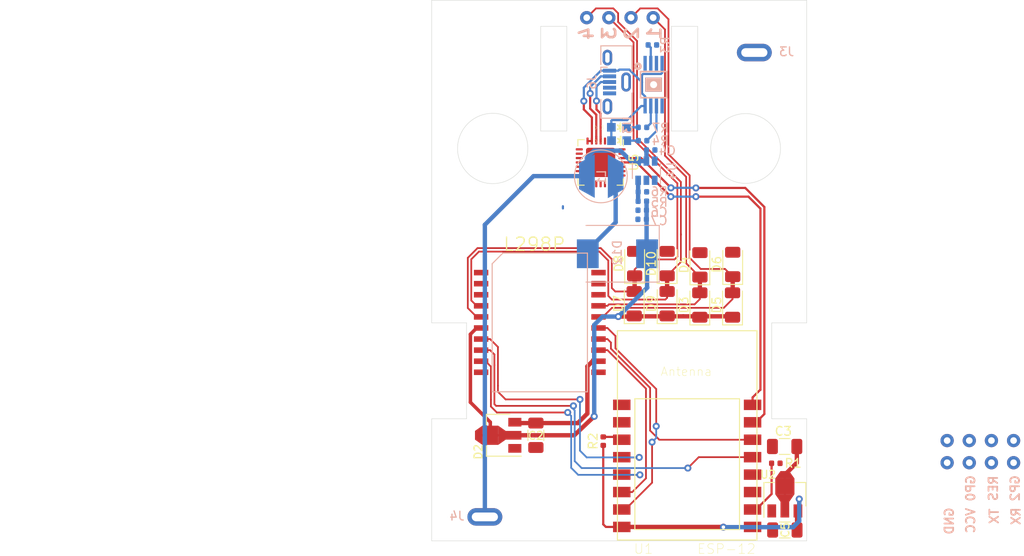
<source format=kicad_pcb>
(kicad_pcb (version 20171130) (host pcbnew 6.0.0-rc1-unknown-15e0771~66~ubuntu16.04.1)

  (general
    (thickness 1.6)
    (drawings 34)
    (tracks 294)
    (zones 0)
    (modules 38)
    (nets 33)
  )

  (page A4)
  (layers
    (0 F.Cu signal)
    (31 B.Cu signal)
    (32 B.Adhes user hide)
    (33 F.Adhes user hide)
    (34 B.Paste user hide)
    (35 F.Paste user hide)
    (36 B.SilkS user)
    (37 F.SilkS user)
    (38 B.Mask user hide)
    (39 F.Mask user hide)
    (40 Dwgs.User user)
    (41 Cmts.User user)
    (42 Eco1.User user)
    (43 Eco2.User user)
    (44 Edge.Cuts user)
    (45 Margin user)
    (46 B.CrtYd user hide)
    (47 F.CrtYd user)
    (48 B.Fab user hide)
    (49 F.Fab user hide)
  )

  (setup
    (last_trace_width 0.5)
    (user_trace_width 0.2)
    (user_trace_width 0.3)
    (user_trace_width 0.4)
    (user_trace_width 0.5)
    (user_trace_width 0.7)
    (user_trace_width 0.8)
    (user_trace_width 1)
    (trace_clearance 0.2)
    (zone_clearance 0.508)
    (zone_45_only no)
    (trace_min 0.2)
    (via_size 0.8)
    (via_drill 0.4)
    (via_min_size 0.4)
    (via_min_drill 0.3)
    (uvia_size 0.3)
    (uvia_drill 0.1)
    (uvias_allowed no)
    (uvia_min_size 0.2)
    (uvia_min_drill 0.1)
    (edge_width 0.05)
    (segment_width 0.2)
    (pcb_text_width 0.3)
    (pcb_text_size 1.5 1.5)
    (mod_edge_width 0.12)
    (mod_text_size 1 1)
    (mod_text_width 0.15)
    (pad_size 2.5 1.1)
    (pad_drill 0.65)
    (pad_to_mask_clearance 0.2)
    (aux_axis_origin 0 0)
    (visible_elements FFFFF77F)
    (pcbplotparams
      (layerselection 0x010fc_ffffffff)
      (usegerberextensions false)
      (usegerberattributes false)
      (usegerberadvancedattributes false)
      (creategerberjobfile false)
      (excludeedgelayer true)
      (linewidth 0.100000)
      (plotframeref false)
      (viasonmask false)
      (mode 1)
      (useauxorigin false)
      (hpglpennumber 1)
      (hpglpenspeed 20)
      (hpglpendiameter 15.000000)
      (psnegative false)
      (psa4output false)
      (plotreference true)
      (plotvalue true)
      (plotinvisibletext false)
      (padsonsilk false)
      (subtractmaskfromsilk false)
      (outputformat 1)
      (mirror false)
      (drillshape 1)
      (scaleselection 1)
      (outputdirectory ""))
  )

  (net 0 "")
  (net 1 GND)
  (net 2 "Net-(C2-Pad1)")
  (net 3 +6V)
  (net 4 "Net-(D3-Pad2)")
  (net 5 "Net-(D5-Pad2)")
  (net 6 "Net-(D7-Pad2)")
  (net 7 "Net-(R1-Pad2)")
  (net 8 "Net-(R2-Pad2)")
  (net 9 "Net-(IC1-Pad7)")
  (net 10 "Net-(IC1-Pad8)")
  (net 11 "Net-(IC1-Pad9)")
  (net 12 "Net-(IC1-Pad13)")
  (net 13 "Net-(IC1-Pad14)")
  (net 14 "Net-(IC1-Pad15)")
  (net 15 "Net-(R7-Pad1)")
  (net 16 "Net-(R4-Pad1)")
  (net 17 "Net-(D11-PadA)")
  (net 18 "Net-(R3-Pad1)")
  (net 19 "Net-(J2-Pad1)")
  (net 20 "Net-(J2-Pad2)")
  (net 21 "Net-(J2-Pad3)")
  (net 22 "Net-(D10-Pad1)")
  (net 23 "Net-(D12-Pad2)")
  (net 24 "Net-(D13-PadC)")
  (net 25 "Net-(D11-PadC)")
  (net 26 "Net-(R5-Pad2)")
  (net 27 3,3V)
  (net 28 "Net-(J6-Pad3)")
  (net 29 "Net-(J6-Pad2)")
  (net 30 RXD)
  (net 31 TXD)
  (net 32 "Net-(C4-Pad1)")

  (net_class Default "Это класс цепей по умолчанию."
    (clearance 0.2)
    (trace_width 0.25)
    (via_dia 0.8)
    (via_drill 0.4)
    (uvia_dia 0.3)
    (uvia_drill 0.1)
    (add_net +6V)
    (add_net 3,3V)
    (add_net GND)
    (add_net "Net-(C2-Pad1)")
    (add_net "Net-(C4-Pad1)")
    (add_net "Net-(D10-Pad1)")
    (add_net "Net-(D11-PadA)")
    (add_net "Net-(D11-PadC)")
    (add_net "Net-(D12-Pad2)")
    (add_net "Net-(D13-PadC)")
    (add_net "Net-(D3-Pad2)")
    (add_net "Net-(D5-Pad2)")
    (add_net "Net-(D7-Pad2)")
    (add_net "Net-(IC1-Pad13)")
    (add_net "Net-(IC1-Pad14)")
    (add_net "Net-(IC1-Pad15)")
    (add_net "Net-(IC1-Pad7)")
    (add_net "Net-(IC1-Pad8)")
    (add_net "Net-(IC1-Pad9)")
    (add_net "Net-(J2-Pad1)")
    (add_net "Net-(J2-Pad2)")
    (add_net "Net-(J2-Pad3)")
    (add_net "Net-(J6-Pad2)")
    (add_net "Net-(J6-Pad3)")
    (add_net "Net-(R1-Pad2)")
    (add_net "Net-(R2-Pad2)")
    (add_net "Net-(R3-Pad1)")
    (add_net "Net-(R4-Pad1)")
    (add_net "Net-(R5-Pad2)")
    (add_net "Net-(R7-Pad1)")
    (add_net RXD)
    (add_net TXD)
  )

  (module Package_DFN_QFN:QFN-28-1EP_5x5mm_P0.5mm_EP3.35x3.35mm (layer F.Cu) (tedit 5B4DC698) (tstamp 5BD9B6F1)
    (at 129.375 48.6 270)
    (descr "QFN, 28 Pin (http://ww1.microchip.com/downloads/en/PackagingSpec/00000049BQ.pdf (Page 283)), generated with kicad-footprint-generator ipc_dfn_qfn_generator.py")
    (tags "QFN DFN_QFN")
    (path /5B9E3955)
    (attr smd)
    (fp_text reference U5 (at 0 -3.8 270) (layer F.SilkS)
      (effects (font (size 1 1) (thickness 0.15)))
    )
    (fp_text value CP2102N-A01-GQFN24 (at 0 3.8 270) (layer F.Fab) hide
      (effects (font (size 1 1) (thickness 0.15)))
    )
    (fp_line (start 1.885 -2.61) (end 2.61 -2.61) (layer F.SilkS) (width 0.12))
    (fp_line (start 2.61 -2.61) (end 2.61 -1.885) (layer F.SilkS) (width 0.12))
    (fp_line (start -1.885 2.61) (end -2.61 2.61) (layer F.SilkS) (width 0.12))
    (fp_line (start -2.61 2.61) (end -2.61 1.885) (layer F.SilkS) (width 0.12))
    (fp_line (start 1.885 2.61) (end 2.61 2.61) (layer F.SilkS) (width 0.12))
    (fp_line (start 2.61 2.61) (end 2.61 1.885) (layer F.SilkS) (width 0.12))
    (fp_line (start -1.885 -2.61) (end -2.61 -2.61) (layer F.SilkS) (width 0.12))
    (fp_line (start -1.5 -2.5) (end 2.5 -2.5) (layer F.Fab) (width 0.1))
    (fp_line (start 2.5 -2.5) (end 2.5 2.5) (layer F.Fab) (width 0.1))
    (fp_line (start 2.5 2.5) (end -2.5 2.5) (layer F.Fab) (width 0.1))
    (fp_line (start -2.5 2.5) (end -2.5 -1.5) (layer F.Fab) (width 0.1))
    (fp_line (start -2.5 -1.5) (end -1.5 -2.5) (layer F.Fab) (width 0.1))
    (fp_line (start -3.1 -3.1) (end -3.1 3.1) (layer F.CrtYd) (width 0.05))
    (fp_line (start -3.1 3.1) (end 3.1 3.1) (layer F.CrtYd) (width 0.05))
    (fp_line (start 3.1 3.1) (end 3.1 -3.1) (layer F.CrtYd) (width 0.05))
    (fp_line (start 3.1 -3.1) (end -3.1 -3.1) (layer F.CrtYd) (width 0.05))
    (fp_text user %R (at 0 0 270) (layer F.Fab)
      (effects (font (size 1 1) (thickness 0.15)))
    )
    (pad 29 smd roundrect (at 0 0 270) (size 3.35 3.35) (layers F.Cu F.Mask) (roundrect_rratio 0.074627)
      (net 1 GND))
    (pad "" smd roundrect (at -1.12 -1.12 270) (size 0.9 0.9) (layers F.Paste) (roundrect_rratio 0.25))
    (pad "" smd roundrect (at -1.12 0 270) (size 0.9 0.9) (layers F.Paste) (roundrect_rratio 0.25))
    (pad "" smd roundrect (at -1.12 1.12 270) (size 0.9 0.9) (layers F.Paste) (roundrect_rratio 0.25))
    (pad "" smd roundrect (at 0 -1.12 270) (size 0.9 0.9) (layers F.Paste) (roundrect_rratio 0.25))
    (pad "" smd roundrect (at 0 0 270) (size 0.9 0.9) (layers F.Paste) (roundrect_rratio 0.25))
    (pad "" smd roundrect (at 0 1.12 270) (size 0.9 0.9) (layers F.Paste) (roundrect_rratio 0.25))
    (pad "" smd roundrect (at 1.12 -1.12 270) (size 0.9 0.9) (layers F.Paste) (roundrect_rratio 0.25))
    (pad "" smd roundrect (at 1.12 0 270) (size 0.9 0.9) (layers F.Paste) (roundrect_rratio 0.25))
    (pad "" smd roundrect (at 1.12 1.12 270) (size 0.9 0.9) (layers F.Paste) (roundrect_rratio 0.25))
    (pad 1 smd roundrect (at -2.45 -1.5 270) (size 0.8 0.25) (layers F.Cu F.Paste F.Mask) (roundrect_rratio 0.25))
    (pad 2 smd roundrect (at -2.45 -1 270) (size 0.8 0.25) (layers F.Cu F.Paste F.Mask) (roundrect_rratio 0.25))
    (pad 3 smd roundrect (at -2.45 -0.5 270) (size 0.8 0.25) (layers F.Cu F.Paste F.Mask) (roundrect_rratio 0.25)
      (net 1 GND))
    (pad 4 smd roundrect (at -2.45 0 270) (size 0.8 0.25) (layers F.Cu F.Paste F.Mask) (roundrect_rratio 0.25)
      (net 28 "Net-(J6-Pad3)"))
    (pad 5 smd roundrect (at -2.45 0.5 270) (size 0.8 0.25) (layers F.Cu F.Paste F.Mask) (roundrect_rratio 0.25)
      (net 29 "Net-(J6-Pad2)"))
    (pad 6 smd roundrect (at -2.45 1 270) (size 0.8 0.25) (layers F.Cu F.Paste F.Mask) (roundrect_rratio 0.25)
      (net 17 "Net-(D11-PadA)"))
    (pad 7 smd roundrect (at -2.45 1.5 270) (size 0.8 0.25) (layers F.Cu F.Paste F.Mask) (roundrect_rratio 0.25)
      (net 17 "Net-(D11-PadA)"))
    (pad 8 smd roundrect (at -1.5 2.45 270) (size 0.25 0.8) (layers F.Cu F.Paste F.Mask) (roundrect_rratio 0.25))
    (pad 9 smd roundrect (at -1 2.45 270) (size 0.25 0.8) (layers F.Cu F.Paste F.Mask) (roundrect_rratio 0.25))
    (pad 10 smd roundrect (at -0.5 2.45 270) (size 0.25 0.8) (layers F.Cu F.Paste F.Mask) (roundrect_rratio 0.25))
    (pad 11 smd roundrect (at 0 2.45 270) (size 0.25 0.8) (layers F.Cu F.Paste F.Mask) (roundrect_rratio 0.25))
    (pad 12 smd roundrect (at 0.5 2.45 270) (size 0.25 0.8) (layers F.Cu F.Paste F.Mask) (roundrect_rratio 0.25))
    (pad 13 smd roundrect (at 1 2.45 270) (size 0.25 0.8) (layers F.Cu F.Paste F.Mask) (roundrect_rratio 0.25))
    (pad 14 smd roundrect (at 1.5 2.45 270) (size 0.25 0.8) (layers F.Cu F.Paste F.Mask) (roundrect_rratio 0.25))
    (pad 15 smd roundrect (at 2.45 1.5 270) (size 0.8 0.25) (layers F.Cu F.Paste F.Mask) (roundrect_rratio 0.25))
    (pad 16 smd roundrect (at 2.45 1 270) (size 0.8 0.25) (layers F.Cu F.Paste F.Mask) (roundrect_rratio 0.25))
    (pad 17 smd roundrect (at 2.45 0.5 270) (size 0.8 0.25) (layers F.Cu F.Paste F.Mask) (roundrect_rratio 0.25))
    (pad 18 smd roundrect (at 2.45 0 270) (size 0.8 0.25) (layers F.Cu F.Paste F.Mask) (roundrect_rratio 0.25)
      (net 17 "Net-(D11-PadA)"))
    (pad 19 smd roundrect (at 2.45 -0.5 270) (size 0.8 0.25) (layers F.Cu F.Paste F.Mask) (roundrect_rratio 0.25))
    (pad 20 smd roundrect (at 2.45 -1 270) (size 0.8 0.25) (layers F.Cu F.Paste F.Mask) (roundrect_rratio 0.25))
    (pad 21 smd roundrect (at 2.45 -1.5 270) (size 0.8 0.25) (layers F.Cu F.Paste F.Mask) (roundrect_rratio 0.25))
    (pad 22 smd roundrect (at 1.5 -2.45 270) (size 0.25 0.8) (layers F.Cu F.Paste F.Mask) (roundrect_rratio 0.25))
    (pad 23 smd roundrect (at 1 -2.45 270) (size 0.25 0.8) (layers F.Cu F.Paste F.Mask) (roundrect_rratio 0.25))
    (pad 24 smd roundrect (at 0.5 -2.45 270) (size 0.25 0.8) (layers F.Cu F.Paste F.Mask) (roundrect_rratio 0.25))
    (pad 25 smd roundrect (at 0 -2.45 270) (size 0.25 0.8) (layers F.Cu F.Paste F.Mask) (roundrect_rratio 0.25)
      (net 30 RXD))
    (pad 26 smd roundrect (at -0.5 -2.45 270) (size 0.25 0.8) (layers F.Cu F.Paste F.Mask) (roundrect_rratio 0.25)
      (net 31 TXD))
    (pad 27 smd roundrect (at -1 -2.45 270) (size 0.25 0.8) (layers F.Cu F.Paste F.Mask) (roundrect_rratio 0.25))
    (pad 28 smd roundrect (at -1.5 -2.45 270) (size 0.25 0.8) (layers F.Cu F.Paste F.Mask) (roundrect_rratio 0.25))
    (model ${KISYS3DMOD}/Package_DFN_QFN.3dshapes/QFN-28-1EP_5x5mm_P0.5mm_EP3.35x3.35mm.wrl
      (at (xyz 0 0 0))
      (scale (xyz 1 1 1))
      (rotate (xyz 0 0 0))
    )
  )

  (module Connector_USB:USB_Micro-B_Molex-105133-0001 (layer B.Cu) (tedit 5A142044) (tstamp 5BDA4535)
    (at 131.225704 39.380634 270)
    (descr "Molex Vertical Micro USB Typ-B (http://www.molex.com/pdm_docs/sd/1051330001_sd.pdf)")
    (tags "Micro-USB SMD Typ-B Vertical")
    (path /5B9E33AC)
    (attr smd)
    (fp_text reference J6 (at 0 2.85 270) (layer B.SilkS)
      (effects (font (size 1 1) (thickness 0.15)) (justify mirror))
    )
    (fp_text value USB_B_Micro (at -0.025 -3 270) (layer B.Fab) hide
      (effects (font (size 1 1) (thickness 0.15)) (justify mirror))
    )
    (fp_text user %R (at 0 0.375 270) (layer B.Fab)
      (effects (font (size 1 1) (thickness 0.15)) (justify mirror))
    )
    (fp_line (start -4 -1.565) (end -4 1.435) (layer B.Fab) (width 0.1))
    (fp_line (start 4 -1.565) (end 4 1.435) (layer B.Fab) (width 0.1))
    (fp_line (start -4 -1.565) (end 4 -1.565) (layer B.Fab) (width 0.1))
    (fp_line (start 4 1.435) (end -4 1.435) (layer B.Fab) (width 0.1))
    (fp_line (start -1.7 1.075) (end -1.7 1.825) (layer B.SilkS) (width 0.12))
    (fp_line (start -1.7 1.825) (end -1.1 1.825) (layer B.SilkS) (width 0.12))
    (fp_line (start -2 1.825) (end -4.15 1.825) (layer B.SilkS) (width 0.12))
    (fp_line (start 4.15 1.825) (end 4.15 -1.725) (layer B.SilkS) (width 0.12))
    (fp_line (start -4.15 -1.725) (end -1.25 -1.725) (layer B.SilkS) (width 0.12))
    (fp_line (start -4.15 1.825) (end -4.15 -1.725) (layer B.SilkS) (width 0.12))
    (fp_line (start 4.15 -1.725) (end 1.25 -1.725) (layer B.SilkS) (width 0.12))
    (fp_line (start 2 1.825) (end 4.15 1.825) (layer B.SilkS) (width 0.12))
    (fp_line (start -1.3 1.675) (end -1.525 1.85) (layer B.Fab) (width 0.1))
    (fp_line (start -1.525 2.075) (end -1.075 2.075) (layer B.Fab) (width 0.1))
    (fp_line (start -1.3 1.675) (end -1.075 1.85) (layer B.Fab) (width 0.1))
    (fp_line (start -1.525 1.85) (end -1.525 2.075) (layer B.Fab) (width 0.1))
    (fp_line (start -1.075 2.075) (end -1.075 1.85) (layer B.Fab) (width 0.1))
    (fp_line (start -4.5 -2.13) (end -4.5 2.13) (layer B.CrtYd) (width 0.05))
    (fp_line (start -4.5 2.13) (end 4.5 2.13) (layer B.CrtYd) (width 0.05))
    (fp_line (start -4.5 -2.13) (end 4.5 -2.13) (layer B.CrtYd) (width 0.05))
    (fp_line (start 4.5 -2.13) (end 4.5 2.13) (layer B.CrtYd) (width 0.05))
    (pad 3 smd rect (at 0 0.825 270) (size 0.45 1.5) (layers B.Cu B.Paste B.Mask)
      (net 28 "Net-(J6-Pad3)"))
    (pad 4 smd rect (at 0.65 0.825 270) (size 0.45 1.5) (layers B.Cu B.Paste B.Mask))
    (pad 2 smd rect (at -0.65 0.825 270) (size 0.45 1.5) (layers B.Cu B.Paste B.Mask)
      (net 29 "Net-(J6-Pad2)"))
    (pad 5 smd rect (at 1.3 0.825 270) (size 0.45 1.5) (layers B.Cu B.Paste B.Mask)
      (net 1 GND))
    (pad 1 smd rect (at -1.3 0.825 270) (size 0.45 1.5) (layers B.Cu B.Paste B.Mask)
      (net 17 "Net-(D11-PadA)"))
    (pad 6 thru_hole oval (at -2.8 1.075 270) (size 1.8 1.1) (drill oval 1.2 0.5) (layers *.Cu *.Mask)
      (net 1 GND))
    (pad 6 thru_hole oval (at 2.8 1.075 270) (size 1.8 1.1) (drill oval 1.2 0.5) (layers *.Cu *.Mask)
      (net 1 GND))
    (pad 6 thru_hole oval (at 0 -1.075 270) (size 2.2 1.1) (drill oval 1.6 0.5) (layers *.Cu *.Mask)
      (net 1 GND))
    (model ${KISYS3DMOD}/Connector_USB.3dshapes/USB_Micro-B_Molex-105133-0001.wrl
      (at (xyz 0 0 0))
      (scale (xyz 1 1 1))
      (rotate (xyz 0 0 0))
    )
  )

  (module Resistor_SMD:R_0402_1005Metric (layer F.Cu) (tedit 5B301BBD) (tstamp 5BD9DFCB)
    (at 129.675 80.56 90)
    (descr "Resistor SMD 0402 (1005 Metric), square (rectangular) end terminal, IPC_7351 nominal, (Body size source: http://www.tortai-tech.com/upload/download/2011102023233369053.pdf), generated with kicad-footprint-generator")
    (tags resistor)
    (path /5B6D71CF)
    (attr smd)
    (fp_text reference R2 (at 0 -1.17 90) (layer F.SilkS)
      (effects (font (size 1 1) (thickness 0.15)))
    )
    (fp_text value "10 k" (at 0 1.17 90) (layer F.Fab)
      (effects (font (size 1 1) (thickness 0.15)))
    )
    (fp_line (start -0.5 0.25) (end -0.5 -0.25) (layer F.Fab) (width 0.1))
    (fp_line (start -0.5 -0.25) (end 0.5 -0.25) (layer F.Fab) (width 0.1))
    (fp_line (start 0.5 -0.25) (end 0.5 0.25) (layer F.Fab) (width 0.1))
    (fp_line (start 0.5 0.25) (end -0.5 0.25) (layer F.Fab) (width 0.1))
    (fp_line (start -0.93 0.47) (end -0.93 -0.47) (layer F.CrtYd) (width 0.05))
    (fp_line (start -0.93 -0.47) (end 0.93 -0.47) (layer F.CrtYd) (width 0.05))
    (fp_line (start 0.93 -0.47) (end 0.93 0.47) (layer F.CrtYd) (width 0.05))
    (fp_line (start 0.93 0.47) (end -0.93 0.47) (layer F.CrtYd) (width 0.05))
    (fp_text user %R (at 0 0 90) (layer F.Fab)
      (effects (font (size 0.25 0.25) (thickness 0.04)))
    )
    (pad 1 smd roundrect (at -0.485 0 90) (size 0.59 0.64) (layers F.Cu F.Paste F.Mask) (roundrect_rratio 0.25)
      (net 27 3,3V))
    (pad 2 smd roundrect (at 0.485 0 90) (size 0.59 0.64) (layers F.Cu F.Paste F.Mask) (roundrect_rratio 0.25)
      (net 8 "Net-(R2-Pad2)"))
    (model ${KISYS3DMOD}/Resistor_SMD.3dshapes/R_0402_1005Metric.wrl
      (at (xyz 0 0 0))
      (scale (xyz 1 1 1))
      (rotate (xyz 0 0 0))
    )
  )

  (module imm:ESP-12 (layer F.Cu) (tedit 5B76D5CD) (tstamp 5BD9CB00)
    (at 139.3 80.9)
    (path /5B6D3DCA)
    (attr smd)
    (fp_text reference U1 (at -5.00928 12.0223) (layer F.SilkS)
      (effects (font (size 1.12208 1.12208) (thickness 0.05)))
    )
    (fp_text value ESP-12 (at 4.50904 12.0241) (layer F.SilkS)
      (effects (font (size 1.12225 1.12225) (thickness 0.05)))
    )
    (fp_line (start -8 -13) (end 8 -13) (layer F.SilkS) (width 0.127))
    (fp_line (start 8 -13) (end 8 11) (layer F.SilkS) (width 0.127))
    (fp_line (start 8 11) (end -8 11) (layer F.SilkS) (width 0.127))
    (fp_line (start -8 11) (end -8 -13) (layer F.SilkS) (width 0.127))
    (fp_line (start -6 -5.2) (end 6 -5.2) (layer F.SilkS) (width 0.127))
    (fp_line (start 6 -5.2) (end 6 9.8) (layer F.SilkS) (width 0.127))
    (fp_line (start 6 9.8) (end -6 9.8) (layer F.SilkS) (width 0.127))
    (fp_line (start -6 9.8) (end -6 -5.2) (layer F.SilkS) (width 0.127))
    (fp_text user Antenna (at -0.100217 -8.318014) (layer F.SilkS)
      (effects (font (size 1 1) (thickness 0.05)))
    )
    (pad 1 smd rect (at -7.5 -4.5) (size 2 1.2) (layers F.Cu F.Paste F.Mask)
      (net 20 "Net-(J2-Pad2)"))
    (pad 2 smd rect (at -7.5 -2.5) (size 2 1.2) (layers F.Cu F.Paste F.Mask))
    (pad 3 smd rect (at -7.5 -0.5) (size 2 1.2) (layers F.Cu F.Paste F.Mask)
      (net 8 "Net-(R2-Pad2)"))
    (pad 4 smd rect (at -7.5 1.5) (size 2 1.2) (layers F.Cu F.Paste F.Mask)
      (net 9 "Net-(IC1-Pad7)"))
    (pad 5 smd rect (at -7.5 3.5) (size 2 1.2) (layers F.Cu F.Paste F.Mask)
      (net 11 "Net-(IC1-Pad9)"))
    (pad 6 smd rect (at -7.5 5.5) (size 2 1.2) (layers F.Cu F.Paste F.Mask)
      (net 12 "Net-(IC1-Pad13)"))
    (pad 7 smd rect (at -7.5 7.5) (size 2 1.2) (layers F.Cu F.Paste F.Mask)
      (net 14 "Net-(IC1-Pad15)"))
    (pad 8 smd rect (at -7.5 9.5) (size 2 1.2) (layers F.Cu F.Paste F.Mask)
      (net 27 3,3V))
    (pad 9 smd rect (at 7.5 9.5) (size 2 1.2) (layers F.Cu F.Paste F.Mask)
      (net 1 GND))
    (pad 10 smd rect (at 7.5 7.5) (size 2 1.2) (layers F.Cu F.Paste F.Mask)
      (net 7 "Net-(R1-Pad2)"))
    (pad 11 smd rect (at 7.5 5.5) (size 2 1.2) (layers F.Cu F.Paste F.Mask)
      (net 21 "Net-(J2-Pad3)"))
    (pad 12 smd rect (at 7.5 3.5) (size 2 1.2) (layers F.Cu F.Paste F.Mask)
      (net 19 "Net-(J2-Pad1)"))
    (pad 13 smd rect (at 7.5 1.5) (size 2 1.2) (layers F.Cu F.Paste F.Mask)
      (net 10 "Net-(IC1-Pad8)"))
    (pad 14 smd rect (at 7.5 -0.5) (size 2 1.2) (layers F.Cu F.Paste F.Mask)
      (net 13 "Net-(IC1-Pad14)"))
    (pad 15 smd rect (at 7.5 -2.5) (size 2 1.2) (layers F.Cu F.Paste F.Mask)
      (net 31 TXD))
    (pad 16 smd rect (at 7.5 -4.5) (size 2 1.2) (layers F.Cu F.Paste F.Mask)
      (net 30 RXD))
    (model ${ESPLIB}/ESP8266.3dshapes/ESP-12.wrl
      (offset (xyz -7 4.5 0))
      (scale (xyz 0.3937 0.3937 0.3937))
      (rotate (xyz 0 0 0))
    )
  )

  (module Capacitor_SMD:C_0402_1005Metric (layer B.Cu) (tedit 5B301BBE) (tstamp 5BD9B876)
    (at 135.115 47.175)
    (descr "Capacitor SMD 0402 (1005 Metric), square (rectangular) end terminal, IPC_7351 nominal, (Body size source: http://www.tortai-tech.com/upload/download/2011102023233369053.pdf), generated with kicad-footprint-generator")
    (tags capacitor)
    (path /5BEED6D8)
    (attr smd)
    (fp_text reference C4 (at 1.915 0.075) (layer B.SilkS)
      (effects (font (size 1 1) (thickness 0.15)) (justify mirror))
    )
    (fp_text value 22uF (at 0 -1.17) (layer B.Fab)
      (effects (font (size 1 1) (thickness 0.15)) (justify mirror))
    )
    (fp_line (start -0.5 -0.25) (end -0.5 0.25) (layer B.Fab) (width 0.1))
    (fp_line (start -0.5 0.25) (end 0.5 0.25) (layer B.Fab) (width 0.1))
    (fp_line (start 0.5 0.25) (end 0.5 -0.25) (layer B.Fab) (width 0.1))
    (fp_line (start 0.5 -0.25) (end -0.5 -0.25) (layer B.Fab) (width 0.1))
    (fp_line (start -0.93 -0.47) (end -0.93 0.47) (layer B.CrtYd) (width 0.05))
    (fp_line (start -0.93 0.47) (end 0.93 0.47) (layer B.CrtYd) (width 0.05))
    (fp_line (start 0.93 0.47) (end 0.93 -0.47) (layer B.CrtYd) (width 0.05))
    (fp_line (start 0.93 -0.47) (end -0.93 -0.47) (layer B.CrtYd) (width 0.05))
    (fp_text user %R (at 0 0) (layer B.Fab)
      (effects (font (size 0.25 0.25) (thickness 0.04)) (justify mirror))
    )
    (pad 1 smd roundrect (at -0.485 0) (size 0.59 0.64) (layers B.Cu B.Paste B.Mask) (roundrect_rratio 0.25)
      (net 32 "Net-(C4-Pad1)"))
    (pad 2 smd roundrect (at 0.485 0) (size 0.59 0.64) (layers B.Cu B.Paste B.Mask) (roundrect_rratio 0.25)
      (net 1 GND))
    (model ${KISYS3DMOD}/Capacitor_SMD.3dshapes/C_0402_1005Metric.wrl
      (at (xyz 0 0 0))
      (scale (xyz 1 1 1))
      (rotate (xyz 0 0 0))
    )
  )

  (module Capacitor_SMD:C_0402_1005Metric (layer B.Cu) (tedit 5B301BBE) (tstamp 5BD9B867)
    (at 134.145476 54.082256 180)
    (descr "Capacitor SMD 0402 (1005 Metric), square (rectangular) end terminal, IPC_7351 nominal, (Body size source: http://www.tortai-tech.com/upload/download/2011102023233369053.pdf), generated with kicad-footprint-generator")
    (tags capacitor)
    (path /5BF1B022)
    (attr smd)
    (fp_text reference C6 (at -1.929524 -0.217744 180) (layer B.SilkS)
      (effects (font (size 1 1) (thickness 0.15)) (justify mirror))
    )
    (fp_text value 22uF (at 0 -1.17 180) (layer B.Fab)
      (effects (font (size 1 1) (thickness 0.15)) (justify mirror))
    )
    (fp_text user %R (at 0 0 180) (layer B.Fab)
      (effects (font (size 0.25 0.25) (thickness 0.04)) (justify mirror))
    )
    (fp_line (start 0.93 -0.47) (end -0.93 -0.47) (layer B.CrtYd) (width 0.05))
    (fp_line (start 0.93 0.47) (end 0.93 -0.47) (layer B.CrtYd) (width 0.05))
    (fp_line (start -0.93 0.47) (end 0.93 0.47) (layer B.CrtYd) (width 0.05))
    (fp_line (start -0.93 -0.47) (end -0.93 0.47) (layer B.CrtYd) (width 0.05))
    (fp_line (start 0.5 -0.25) (end -0.5 -0.25) (layer B.Fab) (width 0.1))
    (fp_line (start 0.5 0.25) (end 0.5 -0.25) (layer B.Fab) (width 0.1))
    (fp_line (start -0.5 0.25) (end 0.5 0.25) (layer B.Fab) (width 0.1))
    (fp_line (start -0.5 -0.25) (end -0.5 0.25) (layer B.Fab) (width 0.1))
    (pad 2 smd roundrect (at 0.485 0 180) (size 0.59 0.64) (layers B.Cu B.Paste B.Mask) (roundrect_rratio 0.25)
      (net 1 GND))
    (pad 1 smd roundrect (at -0.485 0 180) (size 0.59 0.64) (layers B.Cu B.Paste B.Mask) (roundrect_rratio 0.25)
      (net 3 +6V))
    (model ${KISYS3DMOD}/Capacitor_SMD.3dshapes/C_0402_1005Metric.wrl
      (at (xyz 0 0 0))
      (scale (xyz 1 1 1))
      (rotate (xyz 0 0 0))
    )
  )

  (module Capacitor_SMD:C_0402_1005Metric (layer B.Cu) (tedit 5B301BBE) (tstamp 5BD9B858)
    (at 134.135 55.125 180)
    (descr "Capacitor SMD 0402 (1005 Metric), square (rectangular) end terminal, IPC_7351 nominal, (Body size source: http://www.tortai-tech.com/upload/download/2011102023233369053.pdf), generated with kicad-footprint-generator")
    (tags capacitor)
    (path /5BF4979A)
    (attr smd)
    (fp_text reference C7 (at -1.939524 -0.167744 180) (layer B.SilkS)
      (effects (font (size 1 1) (thickness 0.15)) (justify mirror))
    )
    (fp_text value 10uF (at 0 -1.17 180) (layer B.Fab)
      (effects (font (size 1 1) (thickness 0.15)) (justify mirror))
    )
    (fp_line (start -0.5 -0.25) (end -0.5 0.25) (layer B.Fab) (width 0.1))
    (fp_line (start -0.5 0.25) (end 0.5 0.25) (layer B.Fab) (width 0.1))
    (fp_line (start 0.5 0.25) (end 0.5 -0.25) (layer B.Fab) (width 0.1))
    (fp_line (start 0.5 -0.25) (end -0.5 -0.25) (layer B.Fab) (width 0.1))
    (fp_line (start -0.93 -0.47) (end -0.93 0.47) (layer B.CrtYd) (width 0.05))
    (fp_line (start -0.93 0.47) (end 0.93 0.47) (layer B.CrtYd) (width 0.05))
    (fp_line (start 0.93 0.47) (end 0.93 -0.47) (layer B.CrtYd) (width 0.05))
    (fp_line (start 0.93 -0.47) (end -0.93 -0.47) (layer B.CrtYd) (width 0.05))
    (fp_text user %R (at 0 0 180) (layer B.Fab)
      (effects (font (size 0.25 0.25) (thickness 0.04)) (justify mirror))
    )
    (pad 1 smd roundrect (at -0.485 0 180) (size 0.59 0.64) (layers B.Cu B.Paste B.Mask) (roundrect_rratio 0.25)
      (net 3 +6V))
    (pad 2 smd roundrect (at 0.485 0 180) (size 0.59 0.64) (layers B.Cu B.Paste B.Mask) (roundrect_rratio 0.25)
      (net 1 GND))
    (model ${KISYS3DMOD}/Capacitor_SMD.3dshapes/C_0402_1005Metric.wrl
      (at (xyz 0 0 0))
      (scale (xyz 1 1 1))
      (rotate (xyz 0 0 0))
    )
  )

  (module Capacitor_SMD:C_1206_3216Metric (layer F.Cu) (tedit 5B301BBE) (tstamp 5BD9B82A)
    (at 121.949364 79.888808 270)
    (descr "Capacitor SMD 1206 (3216 Metric), square (rectangular) end terminal, IPC_7351 nominal, (Body size source: http://www.tortai-tech.com/upload/download/2011102023233369053.pdf), generated with kicad-footprint-generator")
    (tags capacitor)
    (path /5B701995)
    (attr smd)
    (fp_text reference C2 (at 0.05 0) (layer F.SilkS)
      (effects (font (size 0.9 0.9) (thickness 0.15)))
    )
    (fp_text value "47 µF" (at 0 1.82 270) (layer F.Fab)
      (effects (font (size 1 1) (thickness 0.15)))
    )
    (fp_line (start -1.6 0.8) (end -1.6 -0.8) (layer F.Fab) (width 0.1))
    (fp_line (start -1.6 -0.8) (end 1.6 -0.8) (layer F.Fab) (width 0.1))
    (fp_line (start 1.6 -0.8) (end 1.6 0.8) (layer F.Fab) (width 0.1))
    (fp_line (start 1.6 0.8) (end -1.6 0.8) (layer F.Fab) (width 0.1))
    (fp_line (start -0.602064 -0.91) (end 0.602064 -0.91) (layer F.SilkS) (width 0.12))
    (fp_line (start -0.602064 0.91) (end 0.602064 0.91) (layer F.SilkS) (width 0.12))
    (fp_line (start -2.28 1.12) (end -2.28 -1.12) (layer F.CrtYd) (width 0.05))
    (fp_line (start -2.28 -1.12) (end 2.28 -1.12) (layer F.CrtYd) (width 0.05))
    (fp_line (start 2.28 -1.12) (end 2.28 1.12) (layer F.CrtYd) (width 0.05))
    (fp_line (start 2.28 1.12) (end -2.28 1.12) (layer F.CrtYd) (width 0.05))
    (fp_text user %R (at 0 0 270) (layer F.Fab)
      (effects (font (size 0.8 0.8) (thickness 0.12)))
    )
    (pad 1 smd roundrect (at -1.4 0 270) (size 1.25 1.75) (layers F.Cu F.Paste F.Mask) (roundrect_rratio 0.2)
      (net 2 "Net-(C2-Pad1)"))
    (pad 2 smd roundrect (at 1.4 0 270) (size 1.25 1.75) (layers F.Cu F.Paste F.Mask) (roundrect_rratio 0.2)
      (net 1 GND))
    (model ${KISYS3DMOD}/Capacitor_SMD.3dshapes/C_1206_3216Metric.wrl
      (at (xyz 0 0 0))
      (scale (xyz 1 1 1))
      (rotate (xyz 0 0 0))
    )
  )

  (module Capacitor_SMD:C_1206_3216Metric (layer F.Cu) (tedit 5B301BBE) (tstamp 5BD9B829)
    (at 150.475 81.175 180)
    (descr "Capacitor SMD 1206 (3216 Metric), square (rectangular) end terminal, IPC_7351 nominal, (Body size source: http://www.tortai-tech.com/upload/download/2011102023233369053.pdf), generated with kicad-footprint-generator")
    (tags capacitor)
    (path /5BA2D205)
    (attr smd)
    (fp_text reference C3 (at 0.15 1.75 180) (layer F.SilkS)
      (effects (font (size 1 1) (thickness 0.15)))
    )
    (fp_text value TAJA106K016RNJ (at 0 1.82 180) (layer F.Fab)
      (effects (font (size 1 1) (thickness 0.15)))
    )
    (fp_text user %R (at 0 0 180) (layer F.Fab)
      (effects (font (size 0.8 0.8) (thickness 0.12)))
    )
    (fp_line (start 2.28 1.12) (end -2.28 1.12) (layer F.CrtYd) (width 0.05))
    (fp_line (start 2.28 -1.12) (end 2.28 1.12) (layer F.CrtYd) (width 0.05))
    (fp_line (start -2.28 -1.12) (end 2.28 -1.12) (layer F.CrtYd) (width 0.05))
    (fp_line (start -2.28 1.12) (end -2.28 -1.12) (layer F.CrtYd) (width 0.05))
    (fp_line (start -0.602064 0.91) (end 0.602064 0.91) (layer F.SilkS) (width 0.12))
    (fp_line (start -0.602064 -0.91) (end 0.602064 -0.91) (layer F.SilkS) (width 0.12))
    (fp_line (start 1.6 0.8) (end -1.6 0.8) (layer F.Fab) (width 0.1))
    (fp_line (start 1.6 -0.8) (end 1.6 0.8) (layer F.Fab) (width 0.1))
    (fp_line (start -1.6 -0.8) (end 1.6 -0.8) (layer F.Fab) (width 0.1))
    (fp_line (start -1.6 0.8) (end -1.6 -0.8) (layer F.Fab) (width 0.1))
    (pad 2 smd roundrect (at 1.4 0 180) (size 1.25 1.75) (layers F.Cu F.Paste F.Mask) (roundrect_rratio 0.2)
      (net 1 GND))
    (pad 1 smd roundrect (at -1.4 0 180) (size 1.25 1.75) (layers F.Cu F.Paste F.Mask) (roundrect_rratio 0.2)
      (net 3 +6V))
    (model ${KISYS3DMOD}/Capacitor_SMD.3dshapes/C_1206_3216Metric.wrl
      (at (xyz 0 0 0))
      (scale (xyz 1 1 1))
      (rotate (xyz 0 0 0))
    )
  )

  (module Capacitor_SMD:C_1206_3216Metric (layer F.Cu) (tedit 5B301BBE) (tstamp 5BD9B818)
    (at 150.5 90.75 180)
    (descr "Capacitor SMD 1206 (3216 Metric), square (rectangular) end terminal, IPC_7351 nominal, (Body size source: http://www.tortai-tech.com/upload/download/2011102023233369053.pdf), generated with kicad-footprint-generator")
    (tags capacitor)
    (path /5BA2D3D7)
    (attr smd)
    (fp_text reference C5 (at -0.05 0 270) (layer F.SilkS)
      (effects (font (size 0.9 0.9) (thickness 0.15)))
    )
    (fp_text value TAJA106K016RNJ (at 0 1.82 180) (layer F.Fab)
      (effects (font (size 1 1) (thickness 0.15)))
    )
    (fp_line (start -1.6 0.8) (end -1.6 -0.8) (layer F.Fab) (width 0.1))
    (fp_line (start -1.6 -0.8) (end 1.6 -0.8) (layer F.Fab) (width 0.1))
    (fp_line (start 1.6 -0.8) (end 1.6 0.8) (layer F.Fab) (width 0.1))
    (fp_line (start 1.6 0.8) (end -1.6 0.8) (layer F.Fab) (width 0.1))
    (fp_line (start -0.602064 -0.91) (end 0.602064 -0.91) (layer F.SilkS) (width 0.12))
    (fp_line (start -0.602064 0.91) (end 0.602064 0.91) (layer F.SilkS) (width 0.12))
    (fp_line (start -2.28 1.12) (end -2.28 -1.12) (layer F.CrtYd) (width 0.05))
    (fp_line (start -2.28 -1.12) (end 2.28 -1.12) (layer F.CrtYd) (width 0.05))
    (fp_line (start 2.28 -1.12) (end 2.28 1.12) (layer F.CrtYd) (width 0.05))
    (fp_line (start 2.28 1.12) (end -2.28 1.12) (layer F.CrtYd) (width 0.05))
    (fp_text user %R (at 0 0 180) (layer F.Fab)
      (effects (font (size 0.8 0.8) (thickness 0.12)))
    )
    (pad 1 smd roundrect (at -1.4 0 180) (size 1.25 1.75) (layers F.Cu F.Paste F.Mask) (roundrect_rratio 0.2)
      (net 27 3,3V))
    (pad 2 smd roundrect (at 1.4 0 180) (size 1.25 1.75) (layers F.Cu F.Paste F.Mask) (roundrect_rratio 0.2)
      (net 1 GND))
    (model ${KISYS3DMOD}/Capacitor_SMD.3dshapes/C_1206_3216Metric.wrl
      (at (xyz 0 0 0))
      (scale (xyz 1 1 1))
      (rotate (xyz 0 0 0))
    )
  )

  (module Diode_SMD:D_SMC (layer B.Cu) (tedit 5864295D) (tstamp 5BD9B757)
    (at 131.3 59.075 180)
    (descr "Diode SMC (DO-214AB)")
    (tags "Diode SMC (DO-214AB)")
    (path /5BE68B0D)
    (attr smd)
    (fp_text reference D12 (at 0.025 0.125 270) (layer B.SilkS)
      (effects (font (size 1 1) (thickness 0.15)) (justify mirror))
    )
    (fp_text value 1N5822 (at 0 -4.2 180) (layer B.Fab)
      (effects (font (size 1 1) (thickness 0.15)) (justify mirror))
    )
    (fp_text user %R (at 0 1.9 180) (layer B.Fab)
      (effects (font (size 1 1) (thickness 0.15)) (justify mirror))
    )
    (fp_line (start -4.8 -3.25) (end -4.8 3.25) (layer B.SilkS) (width 0.12))
    (fp_line (start 3.55 -3.1) (end -3.55 -3.1) (layer B.Fab) (width 0.1))
    (fp_line (start -3.55 -3.1) (end -3.55 3.1) (layer B.Fab) (width 0.1))
    (fp_line (start 3.55 3.1) (end 3.55 -3.1) (layer B.Fab) (width 0.1))
    (fp_line (start 3.55 3.1) (end -3.55 3.1) (layer B.Fab) (width 0.1))
    (fp_line (start -4.9 3.35) (end 4.9 3.35) (layer B.CrtYd) (width 0.05))
    (fp_line (start 4.9 3.35) (end 4.9 -3.35) (layer B.CrtYd) (width 0.05))
    (fp_line (start 4.9 -3.35) (end -4.9 -3.35) (layer B.CrtYd) (width 0.05))
    (fp_line (start -4.9 -3.35) (end -4.9 3.35) (layer B.CrtYd) (width 0.05))
    (fp_line (start -0.64944 -0.00102) (end -1.55114 -0.00102) (layer B.Fab) (width 0.1))
    (fp_line (start 0.50118 -0.00102) (end 1.4994 -0.00102) (layer B.Fab) (width 0.1))
    (fp_line (start -0.64944 0.79908) (end -0.64944 -0.80112) (layer B.Fab) (width 0.1))
    (fp_line (start 0.50118 -0.75032) (end 0.50118 0.79908) (layer B.Fab) (width 0.1))
    (fp_line (start -0.64944 -0.00102) (end 0.50118 -0.75032) (layer B.Fab) (width 0.1))
    (fp_line (start -0.64944 -0.00102) (end 0.50118 0.79908) (layer B.Fab) (width 0.1))
    (fp_line (start -4.8 -3.25) (end 3.6 -3.25) (layer B.SilkS) (width 0.12))
    (fp_line (start -4.8 3.25) (end 3.6 3.25) (layer B.SilkS) (width 0.12))
    (pad 1 smd rect (at -3.4 0 90) (size 3.3 2.5) (layers B.Cu B.Paste B.Mask)
      (net 3 +6V))
    (pad 2 smd rect (at 3.4 0 90) (size 3.3 2.5) (layers B.Cu B.Paste B.Mask)
      (net 23 "Net-(D12-Pad2)"))
    (model ${KISYS3DMOD}/Diode_SMD.3dshapes/D_SMC.wrl
      (at (xyz 0 0 0))
      (scale (xyz 1 1 1))
      (rotate (xyz 0 0 0))
    )
  )

  (module Package_TO_SOT_SMD:SOT-23-6 (layer B.Cu) (tedit 5A02FF57) (tstamp 5BD9B6B6)
    (at 134.625 49.55 90)
    (descr "6-pin SOT-23 package")
    (tags SOT-23-6)
    (path /5BDFED5B)
    (attr smd)
    (fp_text reference U4 (at 0 2.9 90) (layer B.SilkS)
      (effects (font (size 1 1) (thickness 0.15)) (justify mirror))
    )
    (fp_text value MT3608 (at 0 -2.9 90) (layer B.Fab)
      (effects (font (size 1 1) (thickness 0.15)) (justify mirror))
    )
    (fp_text user %R (at 0 0) (layer B.Fab)
      (effects (font (size 0.5 0.5) (thickness 0.075)) (justify mirror))
    )
    (fp_line (start -0.9 -1.61) (end 0.9 -1.61) (layer B.SilkS) (width 0.12))
    (fp_line (start 0.9 1.61) (end -1.55 1.61) (layer B.SilkS) (width 0.12))
    (fp_line (start 1.9 1.8) (end -1.9 1.8) (layer B.CrtYd) (width 0.05))
    (fp_line (start 1.9 -1.8) (end 1.9 1.8) (layer B.CrtYd) (width 0.05))
    (fp_line (start -1.9 -1.8) (end 1.9 -1.8) (layer B.CrtYd) (width 0.05))
    (fp_line (start -1.9 1.8) (end -1.9 -1.8) (layer B.CrtYd) (width 0.05))
    (fp_line (start -0.9 0.9) (end -0.25 1.55) (layer B.Fab) (width 0.1))
    (fp_line (start 0.9 1.55) (end -0.25 1.55) (layer B.Fab) (width 0.1))
    (fp_line (start -0.9 0.9) (end -0.9 -1.55) (layer B.Fab) (width 0.1))
    (fp_line (start 0.9 -1.55) (end -0.9 -1.55) (layer B.Fab) (width 0.1))
    (fp_line (start 0.9 1.55) (end 0.9 -1.55) (layer B.Fab) (width 0.1))
    (pad 1 smd rect (at -1.1 0.95 90) (size 1.06 0.65) (layers B.Cu B.Paste B.Mask)
      (net 23 "Net-(D12-Pad2)"))
    (pad 2 smd rect (at -1.1 0 90) (size 1.06 0.65) (layers B.Cu B.Paste B.Mask)
      (net 1 GND))
    (pad 3 smd rect (at -1.1 -0.95 90) (size 1.06 0.65) (layers B.Cu B.Paste B.Mask)
      (net 26 "Net-(R5-Pad2)"))
    (pad 4 smd rect (at 1.1 -0.95 90) (size 1.06 0.65) (layers B.Cu B.Paste B.Mask)
      (net 32 "Net-(C4-Pad1)"))
    (pad 6 smd rect (at 1.1 0.95 90) (size 1.06 0.65) (layers B.Cu B.Paste B.Mask))
    (pad 5 smd rect (at 1.1 0 90) (size 1.06 0.65) (layers B.Cu B.Paste B.Mask)
      (net 32 "Net-(C4-Pad1)"))
    (model ${KISYS3DMOD}/Package_TO_SOT_SMD.3dshapes/SOT-23-6.wrl
      (at (xyz 0 0 0))
      (scale (xyz 1 1 1))
      (rotate (xyz 0 0 0))
    )
  )

  (module Package_TO_SOT_SMD:SOT-89-3 (layer F.Cu) (tedit 5A02FF57) (tstamp 5BD9B689)
    (at 150.5 87.0835 90)
    (descr SOT-89-3)
    (tags SOT-89-3)
    (path /5BA371D2)
    (attr smd)
    (fp_text reference U2 (at 2.6835 -1.925 180) (layer F.SilkS)
      (effects (font (size 0.9 0.9) (thickness 0.15)))
    )
    (fp_text value HT7533-1 (at 0.45 3.25 90) (layer F.Fab)
      (effects (font (size 1 1) (thickness 0.15)))
    )
    (fp_text user %R (at 0.38 0 180) (layer F.Fab)
      (effects (font (size 0.6 0.6) (thickness 0.09)))
    )
    (fp_line (start 1.78 1.2) (end 1.78 2.4) (layer F.SilkS) (width 0.12))
    (fp_line (start 1.78 2.4) (end -0.92 2.4) (layer F.SilkS) (width 0.12))
    (fp_line (start -2.22 -2.4) (end 1.78 -2.4) (layer F.SilkS) (width 0.12))
    (fp_line (start 1.78 -2.4) (end 1.78 -1.2) (layer F.SilkS) (width 0.12))
    (fp_line (start -0.92 -1.51) (end -0.13 -2.3) (layer F.Fab) (width 0.1))
    (fp_line (start 1.68 -2.3) (end 1.68 2.3) (layer F.Fab) (width 0.1))
    (fp_line (start 1.68 2.3) (end -0.92 2.3) (layer F.Fab) (width 0.1))
    (fp_line (start -0.92 2.3) (end -0.92 -1.51) (layer F.Fab) (width 0.1))
    (fp_line (start -0.13 -2.3) (end 1.68 -2.3) (layer F.Fab) (width 0.1))
    (fp_line (start 3.23 -2.55) (end 3.23 2.55) (layer F.CrtYd) (width 0.05))
    (fp_line (start 3.23 -2.55) (end -2.48 -2.55) (layer F.CrtYd) (width 0.05))
    (fp_line (start -2.48 2.55) (end 3.23 2.55) (layer F.CrtYd) (width 0.05))
    (fp_line (start -2.48 2.55) (end -2.48 -2.55) (layer F.CrtYd) (width 0.05))
    (pad 2 smd trapezoid (at 2.667 0) (size 1.6 0.85) (rect_delta 0 0.6 ) (layers F.Cu F.Paste F.Mask)
      (net 3 +6V))
    (pad 1 smd rect (at -1.48 -1.5) (size 1 1.5) (layers F.Cu F.Paste F.Mask)
      (net 1 GND))
    (pad 2 smd rect (at -1.3335 0) (size 1 1.8) (layers F.Cu F.Paste F.Mask)
      (net 3 +6V))
    (pad 3 smd rect (at -1.48 1.5) (size 1 1.5) (layers F.Cu F.Paste F.Mask)
      (net 27 3,3V))
    (pad 2 smd rect (at 1.3335 0) (size 2.2 1.84) (layers F.Cu F.Paste F.Mask)
      (net 3 +6V))
    (pad 2 smd trapezoid (at -0.0762 0 180) (size 1.5 1) (rect_delta 0 0.7 ) (layers F.Cu F.Paste F.Mask)
      (net 3 +6V))
    (model ${KISYS3DMOD}/Package_TO_SOT_SMD.3dshapes/SOT-89-3.wrl
      (at (xyz 0 0 0))
      (scale (xyz 1 1 1))
      (rotate (xyz 0 0 0))
    )
  )

  (module Resistor_SMD:R_0402_1005Metric (layer B.Cu) (tedit 5B301BBD) (tstamp 5BD9B65A)
    (at 134.175704 44.580634 180)
    (descr "Resistor SMD 0402 (1005 Metric), square (rectangular) end terminal, IPC_7351 nominal, (Body size source: http://www.tortai-tech.com/upload/download/2011102023233369053.pdf), generated with kicad-footprint-generator")
    (tags resistor)
    (path /5B9EA0BA)
    (attr smd)
    (fp_text reference R7 (at -2.05 -0.075 180) (layer B.SilkS)
      (effects (font (size 1 1) (thickness 0.15)) (justify mirror))
    )
    (fp_text value 1k (at 0 -1.17 180) (layer B.Fab) hide
      (effects (font (size 1 1) (thickness 0.15)) (justify mirror))
    )
    (fp_line (start -0.5 -0.25) (end -0.5 0.25) (layer B.Fab) (width 0.1))
    (fp_line (start -0.5 0.25) (end 0.5 0.25) (layer B.Fab) (width 0.1))
    (fp_line (start 0.5 0.25) (end 0.5 -0.25) (layer B.Fab) (width 0.1))
    (fp_line (start 0.5 -0.25) (end -0.5 -0.25) (layer B.Fab) (width 0.1))
    (fp_line (start -0.93 -0.47) (end -0.93 0.47) (layer B.CrtYd) (width 0.05))
    (fp_line (start -0.93 0.47) (end 0.93 0.47) (layer B.CrtYd) (width 0.05))
    (fp_line (start 0.93 0.47) (end 0.93 -0.47) (layer B.CrtYd) (width 0.05))
    (fp_line (start 0.93 -0.47) (end -0.93 -0.47) (layer B.CrtYd) (width 0.05))
    (fp_text user %R (at 0 0 180) (layer B.Fab)
      (effects (font (size 0.25 0.25) (thickness 0.04)) (justify mirror))
    )
    (pad 1 smd roundrect (at -0.485 0 180) (size 0.59 0.64) (layers B.Cu B.Paste B.Mask) (roundrect_rratio 0.25)
      (net 15 "Net-(R7-Pad1)"))
    (pad 2 smd roundrect (at 0.485 0 180) (size 0.59 0.64) (layers B.Cu B.Paste B.Mask) (roundrect_rratio 0.25)
      (net 24 "Net-(D13-PadC)"))
    (model ${KISYS3DMOD}/Resistor_SMD.3dshapes/R_0402_1005Metric.wrl
      (at (xyz 0 0 0))
      (scale (xyz 1 1 1))
      (rotate (xyz 0 0 0))
    )
  )

  (module Resistor_SMD:R_0402_1005Metric (layer B.Cu) (tedit 5B301BBD) (tstamp 5BD9B64B)
    (at 134.165 51.975)
    (descr "Resistor SMD 0402 (1005 Metric), square (rectangular) end terminal, IPC_7351 nominal, (Body size source: http://www.tortai-tech.com/upload/download/2011102023233369053.pdf), generated with kicad-footprint-generator")
    (tags resistor)
    (path /5BE93A37)
    (attr smd)
    (fp_text reference R6 (at 1.935 -0.025) (layer B.SilkS)
      (effects (font (size 1 1) (thickness 0.15)) (justify mirror))
    )
    (fp_text value 2.2k (at 0 -1.17) (layer B.Fab)
      (effects (font (size 1 1) (thickness 0.15)) (justify mirror))
    )
    (fp_text user %R (at 0 0) (layer B.Fab)
      (effects (font (size 0.25 0.25) (thickness 0.04)) (justify mirror))
    )
    (fp_line (start 0.93 -0.47) (end -0.93 -0.47) (layer B.CrtYd) (width 0.05))
    (fp_line (start 0.93 0.47) (end 0.93 -0.47) (layer B.CrtYd) (width 0.05))
    (fp_line (start -0.93 0.47) (end 0.93 0.47) (layer B.CrtYd) (width 0.05))
    (fp_line (start -0.93 -0.47) (end -0.93 0.47) (layer B.CrtYd) (width 0.05))
    (fp_line (start 0.5 -0.25) (end -0.5 -0.25) (layer B.Fab) (width 0.1))
    (fp_line (start 0.5 0.25) (end 0.5 -0.25) (layer B.Fab) (width 0.1))
    (fp_line (start -0.5 0.25) (end 0.5 0.25) (layer B.Fab) (width 0.1))
    (fp_line (start -0.5 -0.25) (end -0.5 0.25) (layer B.Fab) (width 0.1))
    (pad 2 smd roundrect (at 0.485 0) (size 0.59 0.64) (layers B.Cu B.Paste B.Mask) (roundrect_rratio 0.25)
      (net 1 GND))
    (pad 1 smd roundrect (at -0.485 0) (size 0.59 0.64) (layers B.Cu B.Paste B.Mask) (roundrect_rratio 0.25)
      (net 26 "Net-(R5-Pad2)"))
    (model ${KISYS3DMOD}/Resistor_SMD.3dshapes/R_0402_1005Metric.wrl
      (at (xyz 0 0 0))
      (scale (xyz 1 1 1))
      (rotate (xyz 0 0 0))
    )
  )

  (module Resistor_SMD:R_0402_1005Metric (layer B.Cu) (tedit 5B301BBD) (tstamp 5BD9B63C)
    (at 134.16 53.05 180)
    (descr "Resistor SMD 0402 (1005 Metric), square (rectangular) end terminal, IPC_7351 nominal, (Body size source: http://www.tortai-tech.com/upload/download/2011102023233369053.pdf), generated with kicad-footprint-generator")
    (tags resistor)
    (path /5BEBF342)
    (attr smd)
    (fp_text reference R5 (at -1.94 -0.125 180) (layer B.SilkS)
      (effects (font (size 1 1) (thickness 0.15)) (justify mirror))
    )
    (fp_text value 16k (at 0 -1.17 180) (layer B.Fab)
      (effects (font (size 1 1) (thickness 0.15)) (justify mirror))
    )
    (fp_line (start -0.5 -0.25) (end -0.5 0.25) (layer B.Fab) (width 0.1))
    (fp_line (start -0.5 0.25) (end 0.5 0.25) (layer B.Fab) (width 0.1))
    (fp_line (start 0.5 0.25) (end 0.5 -0.25) (layer B.Fab) (width 0.1))
    (fp_line (start 0.5 -0.25) (end -0.5 -0.25) (layer B.Fab) (width 0.1))
    (fp_line (start -0.93 -0.47) (end -0.93 0.47) (layer B.CrtYd) (width 0.05))
    (fp_line (start -0.93 0.47) (end 0.93 0.47) (layer B.CrtYd) (width 0.05))
    (fp_line (start 0.93 0.47) (end 0.93 -0.47) (layer B.CrtYd) (width 0.05))
    (fp_line (start 0.93 -0.47) (end -0.93 -0.47) (layer B.CrtYd) (width 0.05))
    (fp_text user %R (at 0 0 180) (layer B.Fab)
      (effects (font (size 0.25 0.25) (thickness 0.04)) (justify mirror))
    )
    (pad 1 smd roundrect (at -0.485 0 180) (size 0.59 0.64) (layers B.Cu B.Paste B.Mask) (roundrect_rratio 0.25)
      (net 3 +6V))
    (pad 2 smd roundrect (at 0.485 0 180) (size 0.59 0.64) (layers B.Cu B.Paste B.Mask) (roundrect_rratio 0.25)
      (net 26 "Net-(R5-Pad2)"))
    (model ${KISYS3DMOD}/Resistor_SMD.3dshapes/R_0402_1005Metric.wrl
      (at (xyz 0 0 0))
      (scale (xyz 1 1 1))
      (rotate (xyz 0 0 0))
    )
  )

  (module Resistor_SMD:R_0402_1005Metric (layer B.Cu) (tedit 5B301BBD) (tstamp 5BD9B62D)
    (at 134.185704 46.105634 180)
    (descr "Resistor SMD 0402 (1005 Metric), square (rectangular) end terminal, IPC_7351 nominal, (Body size source: http://www.tortai-tech.com/upload/download/2011102023233369053.pdf), generated with kicad-footprint-generator")
    (tags resistor)
    (path /5B9EA040)
    (attr smd)
    (fp_text reference R4 (at -2.04 0 180) (layer B.SilkS)
      (effects (font (size 1 1) (thickness 0.15)) (justify mirror))
    )
    (fp_text value 1k (at 0 -1.17) (layer B.Fab) hide
      (effects (font (size 1 1) (thickness 0.15)) (justify mirror))
    )
    (fp_text user %R (at 0 0 180) (layer B.Fab)
      (effects (font (size 0.25 0.25) (thickness 0.04)) (justify mirror))
    )
    (fp_line (start 0.93 -0.47) (end -0.93 -0.47) (layer B.CrtYd) (width 0.05))
    (fp_line (start 0.93 0.47) (end 0.93 -0.47) (layer B.CrtYd) (width 0.05))
    (fp_line (start -0.93 0.47) (end 0.93 0.47) (layer B.CrtYd) (width 0.05))
    (fp_line (start -0.93 -0.47) (end -0.93 0.47) (layer B.CrtYd) (width 0.05))
    (fp_line (start 0.5 -0.25) (end -0.5 -0.25) (layer B.Fab) (width 0.1))
    (fp_line (start 0.5 0.25) (end 0.5 -0.25) (layer B.Fab) (width 0.1))
    (fp_line (start -0.5 0.25) (end 0.5 0.25) (layer B.Fab) (width 0.1))
    (fp_line (start -0.5 -0.25) (end -0.5 0.25) (layer B.Fab) (width 0.1))
    (pad 2 smd roundrect (at 0.485 0 180) (size 0.59 0.64) (layers B.Cu B.Paste B.Mask) (roundrect_rratio 0.25)
      (net 25 "Net-(D11-PadC)"))
    (pad 1 smd roundrect (at -0.485 0 180) (size 0.59 0.64) (layers B.Cu B.Paste B.Mask) (roundrect_rratio 0.25)
      (net 16 "Net-(R4-Pad1)"))
    (model ${KISYS3DMOD}/Resistor_SMD.3dshapes/R_0402_1005Metric.wrl
      (at (xyz 0 0 0))
      (scale (xyz 1 1 1))
      (rotate (xyz 0 0 0))
    )
  )

  (module Resistor_SMD:R_0402_1005Metric (layer B.Cu) (tedit 5B301BBD) (tstamp 5BD9B61E)
    (at 135.310704 35.130634)
    (descr "Resistor SMD 0402 (1005 Metric), square (rectangular) end terminal, IPC_7351 nominal, (Body size source: http://www.tortai-tech.com/upload/download/2011102023233369053.pdf), generated with kicad-footprint-generator")
    (tags resistor)
    (path /5B9D79A0)
    (attr smd)
    (fp_text reference R3 (at 1.49 0 -90) (layer B.SilkS)
      (effects (font (size 1 1) (thickness 0.15)) (justify mirror))
    )
    (fp_text value Rprog (at 0 -1.17) (layer B.Fab) hide
      (effects (font (size 1 1) (thickness 0.15)) (justify mirror))
    )
    (fp_line (start -0.5 -0.25) (end -0.5 0.25) (layer B.Fab) (width 0.1))
    (fp_line (start -0.5 0.25) (end 0.5 0.25) (layer B.Fab) (width 0.1))
    (fp_line (start 0.5 0.25) (end 0.5 -0.25) (layer B.Fab) (width 0.1))
    (fp_line (start 0.5 -0.25) (end -0.5 -0.25) (layer B.Fab) (width 0.1))
    (fp_line (start -0.93 -0.47) (end -0.93 0.47) (layer B.CrtYd) (width 0.05))
    (fp_line (start -0.93 0.47) (end 0.93 0.47) (layer B.CrtYd) (width 0.05))
    (fp_line (start 0.93 0.47) (end 0.93 -0.47) (layer B.CrtYd) (width 0.05))
    (fp_line (start 0.93 -0.47) (end -0.93 -0.47) (layer B.CrtYd) (width 0.05))
    (fp_text user %R (at 0 0) (layer B.Fab)
      (effects (font (size 0.25 0.25) (thickness 0.04)) (justify mirror))
    )
    (pad 1 smd roundrect (at -0.485 0) (size 0.59 0.64) (layers B.Cu B.Paste B.Mask) (roundrect_rratio 0.25)
      (net 18 "Net-(R3-Pad1)"))
    (pad 2 smd roundrect (at 0.485 0) (size 0.59 0.64) (layers B.Cu B.Paste B.Mask) (roundrect_rratio 0.25)
      (net 1 GND))
    (model ${KISYS3DMOD}/Resistor_SMD.3dshapes/R_0402_1005Metric.wrl
      (at (xyz 0 0 0))
      (scale (xyz 1 1 1))
      (rotate (xyz 0 0 0))
    )
  )

  (module SparkFun-LED:LED-0603 (layer B.Cu) (tedit 5BD9EE38) (tstamp 5BD9B5D7)
    (at 131.502004 46.105634 90)
    (path /5B9E287C)
    (attr smd)
    (fp_text reference D11 (at -0.075 -2.3263) (layer F.SilkS)
      (effects (font (size 0.4064 0.4064) (thickness 0.0254)))
    )
    (fp_text value LED0603 (at 0.8763 0.2032) (layer F.SilkS) hide
      (effects (font (size 0.4064 0.4064) (thickness 0.0254)))
    )
    (fp_line (start -0.0254 0.1524) (end -0.2159 -0.1397) (layer F.SilkS) (width 0.2032))
    (fp_line (start 0 0.16764) (end 0.23368 -0.1397) (layer F.SilkS) (width 0.2032))
    (fp_line (start -0.45974 0.16764) (end 0 0.16764) (layer F.SilkS) (width 0.2032))
    (fp_line (start 0.45974 0.16764) (end 0 0.16764) (layer F.SilkS) (width 0.2032))
    (pad C smd rect (at 0 0.8763 90) (size 0.99822 0.99822) (layers B.Cu B.Paste B.Mask)
      (net 25 "Net-(D11-PadC)"))
    (pad A smd rect (at 0 -0.8763 90) (size 0.99822 0.99822) (layers B.Cu B.Paste B.Mask)
      (net 17 "Net-(D11-PadA)"))
    (model ${KISYS3DMOD}/LED_SMD.3dshapes/LED_0603_1608Metric_Castellated.wrl
      (at (xyz 0 0 0))
      (scale (xyz 1 1 1))
      (rotate (xyz 0 0 90))
    )
  )

  (module SparkFun-LED:LED-0603 (layer B.Cu) (tedit 5B9D0CDA) (tstamp 5BD9B5CD)
    (at 131.479863 44.570499 90)
    (path /5B9DB94A)
    (attr smd)
    (fp_text reference D13 (at -0.060135 -2.304159) (layer F.SilkS)
      (effects (font (size 0.4064 0.4064) (thickness 0.0254)))
    )
    (fp_text value LED0603 (at 0.8763 0.2032) (layer F.SilkS) hide
      (effects (font (size 0.4064 0.4064) (thickness 0.0254)))
    )
    (fp_line (start 0.45974 0.16764) (end 0 0.16764) (layer F.SilkS) (width 0.2032))
    (fp_line (start -0.45974 0.16764) (end 0 0.16764) (layer F.SilkS) (width 0.2032))
    (fp_line (start 0 0.16764) (end 0.23368 -0.1397) (layer F.SilkS) (width 0.2032))
    (fp_line (start -0.0254 0.1524) (end -0.2159 -0.1397) (layer F.SilkS) (width 0.2032))
    (pad A smd rect (at 0 -0.8763 90) (size 0.99822 0.99822) (layers B.Cu B.Paste B.Mask)
      (net 17 "Net-(D11-PadA)"))
    (pad C smd rect (at 0 0.8763 90) (size 0.99822 0.99822) (layers B.Cu B.Paste B.Mask)
      (net 24 "Net-(D13-PadC)"))
    (model ${KISYS3DMOD}/LED_SMD.3dshapes/LED_0603_1608Metric_Castellated.wrl
      (at (xyz 0 0 0))
      (scale (xyz 1 1 1))
      (rotate (xyz 0 0 90))
    )
  )

  (module imm:CD54 (layer B.Cu) (tedit 5B719E2A) (tstamp 5BD9B57D)
    (at 129.4 52.1)
    (path /5BDFFB94)
    (fp_text reference L1 (at 0.075 -1.775 90) (layer B.SilkS)
      (effects (font (size 1 1) (thickness 0.15)) (justify mirror))
    )
    (fp_text value 22uH (at 0.4 -6.2) (layer B.Fab)
      (effects (font (size 1 1) (thickness 0.15)) (justify mirror))
    )
    (fp_circle (center 0 -1.9) (end 3 -1.5) (layer B.SilkS) (width 0.12))
    (pad 1 smd trapezoid (at -1.6 -1.9304 180) (size 1.8 4) (rect_delta 1 0 ) (layers B.Cu B.Paste B.Mask)
      (net 32 "Net-(C4-Pad1)") (zone_connect 0))
    (pad 2 smd trapezoid (at 1.7 -1.9) (size 1.8 4) (rect_delta 1 0 ) (layers B.Cu B.Paste B.Mask)
      (net 23 "Net-(D12-Pad2)") (zone_connect 0))
    (model /home/user/kicad/libraries/imm_lib/CD54.wrl
      (offset (xyz -2.6 0.75 0))
      (scale (xyz 1 1 1))
      (rotate (xyz -90 0 90))
    )
  )

  (module smt-sop:PPSOP8 (layer B.Cu) (tedit 5506716F) (tstamp 5BD9B54A)
    (at 135.450704 39.680634)
    (descr "PPSOP - 8 Pins (JEDEC MO-187-AA)")
    (path /5B9CFA81)
    (clearance 0.254)
    (fp_text reference U3 (at -2.375 3.525 -90) (layer B.SilkS)
      (effects (font (size 1 1) (thickness 0.18)) (justify left bottom mirror))
    )
    (fp_text value TP4056 (at 2.9 0 -90) (layer B.SilkS) hide
      (effects (font (size 1 1) (thickness 0.18)) (justify mirror))
    )
    (fp_line (start -2 -3.8) (end -2 3.8) (layer B.CrtYd) (width 0.05))
    (fp_line (start 2 -3.8) (end -2 -3.8) (layer B.CrtYd) (width 0.05))
    (fp_line (start 2 3.8) (end 2 -3.8) (layer B.CrtYd) (width 0.05))
    (fp_line (start -2 3.8) (end 2 3.8) (layer B.CrtYd) (width 0.05))
    (fp_circle (center -1.8 -2.1) (end -1.7 -2.2) (layer B.SilkS) (width 0.3))
    (fp_line (start -1.5 -1.5) (end 1.5 -1.5) (layer B.SilkS) (width 0.1778))
    (fp_line (start 1.5 -1.5) (end 1.5 1.5) (layer B.SilkS) (width 0.1778))
    (fp_line (start 1.5 1.5) (end -1.5 1.5) (layer B.SilkS) (width 0.1778))
    (fp_line (start -1.5 1.5) (end -1.5 -1.5) (layer B.SilkS) (width 0.1778))
    (pad 7 smd rect (at -0.325 2.45 90) (size 1.7 0.38) (layers B.Cu B.Paste B.Mask)
      (net 15 "Net-(R7-Pad1)"))
    (pad 6 smd rect (at 0.325 2.45 90) (size 1.7 0.38) (layers B.Cu B.Paste B.Mask)
      (net 16 "Net-(R4-Pad1)"))
    (pad 5 smd rect (at 0.975 2.45 90) (size 1.7 0.38) (layers B.Cu B.Paste B.Mask)
      (net 32 "Net-(C4-Pad1)"))
    (pad 8 smd rect (at -0.975 2.45 90) (size 1.7 0.38) (layers B.Cu B.Paste B.Mask)
      (net 17 "Net-(D11-PadA)"))
    (pad 1 smd rect (at -0.975 -2.45 90) (size 1.7 0.38) (layers B.Cu B.Paste B.Mask))
    (pad 2 smd rect (at -0.325 -2.45 90) (size 1.7 0.38) (layers B.Cu B.Paste B.Mask)
      (net 18 "Net-(R3-Pad1)"))
    (pad 3 smd rect (at 0.325 -2.45 90) (size 1.7 0.38) (layers B.Cu B.Paste B.Mask)
      (net 1 GND))
    (pad 4 smd rect (at 0.975 -2.45 90) (size 1.7 0.38) (layers B.Cu B.Paste B.Mask)
      (net 17 "Net-(D11-PadA)"))
    (pad EP thru_hole rect (at 0 0) (size 1.9 1.6) (drill 0.8) (layers *.Cu *.Mask B.SilkS))
    (model /home/user/kicad/libraries/bfrigon/packages3d/smt-sop.pretty/MSOP8.wrl
      (at (xyz 0 0 0))
      (scale (xyz 1 1 1))
      (rotate (xyz 0 0 0))
    )
  )

  (module Resistor_SMD:R_0402_1005Metric (layer F.Cu) (tedit 5B301BBD) (tstamp 5BD9AA05)
    (at 149.465 83.1 180)
    (descr "Resistor SMD 0402 (1005 Metric), square (rectangular) end terminal, IPC_7351 nominal, (Body size source: http://www.tortai-tech.com/upload/download/2011102023233369053.pdf), generated with kicad-footprint-generator")
    (tags resistor)
    (path /5B6DFBD3)
    (attr smd)
    (fp_text reference R1 (at -1.985 0 180) (layer F.SilkS)
      (effects (font (size 1 1) (thickness 0.15)))
    )
    (fp_text value "10 k" (at 0 1.17 180) (layer F.Fab)
      (effects (font (size 1 1) (thickness 0.15)))
    )
    (fp_text user %R (at 0 0 180) (layer F.Fab)
      (effects (font (size 0.25 0.25) (thickness 0.04)))
    )
    (fp_line (start 0.93 0.47) (end -0.93 0.47) (layer F.CrtYd) (width 0.05))
    (fp_line (start 0.93 -0.47) (end 0.93 0.47) (layer F.CrtYd) (width 0.05))
    (fp_line (start -0.93 -0.47) (end 0.93 -0.47) (layer F.CrtYd) (width 0.05))
    (fp_line (start -0.93 0.47) (end -0.93 -0.47) (layer F.CrtYd) (width 0.05))
    (fp_line (start 0.5 0.25) (end -0.5 0.25) (layer F.Fab) (width 0.1))
    (fp_line (start 0.5 -0.25) (end 0.5 0.25) (layer F.Fab) (width 0.1))
    (fp_line (start -0.5 -0.25) (end 0.5 -0.25) (layer F.Fab) (width 0.1))
    (fp_line (start -0.5 0.25) (end -0.5 -0.25) (layer F.Fab) (width 0.1))
    (pad 2 smd roundrect (at 0.485 0 180) (size 0.59 0.64) (layers F.Cu F.Paste F.Mask) (roundrect_rratio 0.25)
      (net 7 "Net-(R1-Pad2)"))
    (pad 1 smd roundrect (at -0.485 0 180) (size 0.59 0.64) (layers F.Cu F.Paste F.Mask) (roundrect_rratio 0.25)
      (net 1 GND))
    (model ${KISYS3DMOD}/Resistor_SMD.3dshapes/R_0402_1005Metric.wrl
      (at (xyz 0 0 0))
      (scale (xyz 1 1 1))
      (rotate (xyz 0 0 0))
    )
  )

  (module SparkFun-PowerIC:POWERSO20 (layer F.Cu) (tedit 5B76CD4E) (tstamp 5B7756CB)
    (at 122.4 66.95)
    (path /5B76AD42)
    (attr smd)
    (fp_text reference IC1 (at 0.381 -9.965) (layer F.SilkS) hide
      (effects (font (size 1.524 1.524) (thickness 0.15)))
    )
    (fp_text value L298P (at -0.619 -8.965) (layer F.SilkS)
      (effects (font (size 1.524 1.524) (thickness 0.15)))
    )
    (fp_line (start -5.461 7.9502) (end 5.461 7.9502) (layer B.SilkS) (width 0.127))
    (fp_line (start 5.461 -7.9502) (end -4.2418 -7.9502) (layer B.SilkS) (width 0.127))
    (fp_line (start -5.461 -6.731) (end -5.461 7.9502) (layer B.SilkS) (width 0.127))
    (fp_line (start 5.461 -7.9502) (end 5.461 7.9502) (layer B.SilkS) (width 0.127))
    (fp_line (start -5.461 -6.731) (end -4.2418 -7.9502) (layer B.SilkS) (width 0.127))
    (pad 1 smd rect (at -6.731 -5.715) (size 1.651 0.635) (layers F.Cu F.Paste F.Mask)
      (net 1 GND))
    (pad 2 smd rect (at -6.731 -4.445) (size 1.651 0.635) (layers F.Cu F.Paste F.Mask)
      (net 1 GND))
    (pad 3 smd rect (at -6.731 -3.175) (size 1.651 0.635) (layers F.Cu F.Paste F.Mask))
    (pad 4 smd rect (at -6.731 -1.905) (size 1.651 0.635) (layers F.Cu F.Paste F.Mask)
      (net 22 "Net-(D10-Pad1)"))
    (pad 5 smd rect (at -6.731 -0.635) (size 1.651 0.635) (layers F.Cu F.Paste F.Mask)
      (net 6 "Net-(D7-Pad2)"))
    (pad 6 smd rect (at -6.731 0.635) (size 1.651 0.635) (layers F.Cu F.Paste F.Mask)
      (net 3 +6V))
    (pad 7 smd rect (at -6.731 1.905) (size 1.651 0.635) (layers F.Cu F.Paste F.Mask)
      (net 9 "Net-(IC1-Pad7)"))
    (pad 8 smd rect (at -6.731 3.175) (size 1.651 0.635) (layers F.Cu F.Paste F.Mask)
      (net 10 "Net-(IC1-Pad8)"))
    (pad 9 smd rect (at -6.731 4.445) (size 1.651 0.635) (layers F.Cu F.Paste F.Mask)
      (net 11 "Net-(IC1-Pad9)"))
    (pad 10 smd rect (at -6.731 5.715) (size 1.651 0.635) (layers F.Cu F.Paste F.Mask)
      (net 1 GND))
    (pad 11 smd rect (at 6.731 5.715) (size 1.651 0.635) (layers F.Cu F.Paste F.Mask)
      (net 1 GND))
    (pad 12 smd rect (at 6.731 4.445) (size 1.651 0.635) (layers F.Cu F.Paste F.Mask)
      (net 2 "Net-(C2-Pad1)"))
    (pad 13 smd rect (at 6.731 3.175) (size 1.651 0.635) (layers F.Cu F.Paste F.Mask)
      (net 12 "Net-(IC1-Pad13)"))
    (pad 14 smd rect (at 6.731 1.905) (size 1.651 0.635) (layers F.Cu F.Paste F.Mask)
      (net 13 "Net-(IC1-Pad14)"))
    (pad 15 smd rect (at 6.731 0.635) (size 1.651 0.635) (layers F.Cu F.Paste F.Mask)
      (net 14 "Net-(IC1-Pad15)"))
    (pad 16 smd rect (at 6.731 -0.635) (size 1.651 0.635) (layers F.Cu F.Paste F.Mask)
      (net 5 "Net-(D5-Pad2)"))
    (pad 17 smd rect (at 6.731 -1.905) (size 1.651 0.635) (layers F.Cu F.Paste F.Mask)
      (net 4 "Net-(D3-Pad2)"))
    (pad 18 smd rect (at 6.731 -3.175) (size 1.651 0.635) (layers F.Cu F.Paste F.Mask))
    (pad 19 smd rect (at 6.731 -4.445) (size 1.651 0.635) (layers F.Cu F.Paste F.Mask)
      (net 1 GND))
    (pad 20 smd rect (at 6.731 -5.715) (size 1.651 0.635) (layers F.Cu F.Paste F.Mask)
      (net 1 GND))
    (model ${KISYS3DMOD}/Power_Packages_SMD.3dshapes/PowerSO-20.wrl
      (at (xyz 0 0 0))
      (scale (xyz 1 1 1))
      (rotate (xyz 0 0 90))
    )
  )

  (module imm:pin4_2,54 (layer F.Cu) (tedit 5B772242) (tstamp 5B76C4D1)
    (at 176.73 80.495 270)
    (path /5B79911A)
    (fp_text reference J2 (at -0.02 -1.72 270) (layer F.SilkS) hide
      (effects (font (size 1 1) (thickness 0.15)))
    )
    (fp_text value Conn_01x04_Male (at 0 -3.0734 270) (layer F.Fab)
      (effects (font (size 1 1) (thickness 0.15)))
    )
    (pad 1 thru_hole circle (at 0 0 270) (size 1.524 1.524) (drill 0.762) (layers *.Cu *.Mask)
      (net 19 "Net-(J2-Pad1)"))
    (pad 2 thru_hole circle (at 0 2.54 270) (size 1.524 1.524) (drill 0.762) (layers *.Cu *.Mask)
      (net 20 "Net-(J2-Pad2)"))
    (pad 3 thru_hole circle (at 0 5.08 270) (size 1.524 1.524) (drill 0.762) (layers *.Cu *.Mask)
      (net 21 "Net-(J2-Pad3)"))
    (pad 4 thru_hole circle (at 0 7.62 270) (size 1.524 1.524) (drill 0.762) (layers *.Cu *.Mask))
  )

  (module imm:pin4_2,54 (layer F.Cu) (tedit 5B772243) (tstamp 5B76C4C9)
    (at 176.73 83.035 270)
    (path /5B7883BF)
    (fp_text reference J1 (at 0.04 -1.72 270) (layer F.SilkS) hide
      (effects (font (size 1 1) (thickness 0.15)))
    )
    (fp_text value Conn_01x04_Male (at 0 -3.0734 270) (layer F.Fab)
      (effects (font (size 1 1) (thickness 0.15)))
    )
    (pad 1 thru_hole circle (at 0 0 270) (size 1.524 1.524) (drill 0.762) (layers *.Cu *.Mask))
    (pad 2 thru_hole circle (at 0 2.54 270) (size 1.524 1.524) (drill 0.762) (layers *.Cu *.Mask))
    (pad 3 thru_hole circle (at 0 5.08 270) (size 1.524 1.524) (drill 0.762) (layers *.Cu *.Mask)
      (net 27 3,3V))
    (pad 4 thru_hole circle (at 0 7.62 270) (size 1.524 1.524) (drill 0.762) (layers *.Cu *.Mask)
      (net 1 GND))
  )

  (module Package_TO_SOT_SMD:SOT-89-3 (layer F.Cu) (tedit 5A02FF57) (tstamp 5B76AB8A)
    (at 118.057864 79.888808 180)
    (descr SOT-89-3)
    (tags SOT-89-3)
    (path /5B775AED)
    (attr smd)
    (fp_text reference D2 (at 2.7085 -1.9 90) (layer F.SilkS)
      (effects (font (size 0.9 0.9) (thickness 0.15)))
    )
    (fp_text value HT7550 (at 0.45 3.25 180) (layer F.Fab)
      (effects (font (size 1 1) (thickness 0.15)))
    )
    (fp_text user %R (at 0.38 0 -90) (layer F.Fab)
      (effects (font (size 0.6 0.6) (thickness 0.09)))
    )
    (fp_line (start 1.78 1.2) (end 1.78 2.4) (layer F.SilkS) (width 0.12))
    (fp_line (start 1.78 2.4) (end -0.92 2.4) (layer F.SilkS) (width 0.12))
    (fp_line (start -2.22 -2.4) (end 1.78 -2.4) (layer F.SilkS) (width 0.12))
    (fp_line (start 1.78 -2.4) (end 1.78 -1.2) (layer F.SilkS) (width 0.12))
    (fp_line (start -0.92 -1.51) (end -0.13 -2.3) (layer F.Fab) (width 0.1))
    (fp_line (start 1.68 -2.3) (end 1.68 2.3) (layer F.Fab) (width 0.1))
    (fp_line (start 1.68 2.3) (end -0.92 2.3) (layer F.Fab) (width 0.1))
    (fp_line (start -0.92 2.3) (end -0.92 -1.51) (layer F.Fab) (width 0.1))
    (fp_line (start -0.13 -2.3) (end 1.68 -2.3) (layer F.Fab) (width 0.1))
    (fp_line (start 3.23 -2.55) (end 3.23 2.55) (layer F.CrtYd) (width 0.05))
    (fp_line (start 3.23 -2.55) (end -2.48 -2.55) (layer F.CrtYd) (width 0.05))
    (fp_line (start -2.48 2.55) (end 3.23 2.55) (layer F.CrtYd) (width 0.05))
    (fp_line (start -2.48 2.55) (end -2.48 -2.55) (layer F.CrtYd) (width 0.05))
    (pad 2 smd trapezoid (at 2.667 0 90) (size 1.6 0.85) (rect_delta 0 0.6 ) (layers F.Cu F.Paste F.Mask)
      (net 3 +6V))
    (pad 1 smd rect (at -1.48 -1.5 90) (size 1 1.5) (layers F.Cu F.Paste F.Mask)
      (net 1 GND))
    (pad 2 smd rect (at -1.3335 0 90) (size 1 1.8) (layers F.Cu F.Paste F.Mask)
      (net 3 +6V))
    (pad 3 smd rect (at -1.48 1.5 90) (size 1 1.5) (layers F.Cu F.Paste F.Mask)
      (net 2 "Net-(C2-Pad1)"))
    (pad 2 smd rect (at 1.3335 0 90) (size 2.2 1.84) (layers F.Cu F.Paste F.Mask)
      (net 3 +6V))
    (pad 2 smd trapezoid (at -0.0762 0 270) (size 1.5 1) (rect_delta 0 0.7 ) (layers F.Cu F.Paste F.Mask)
      (net 3 +6V))
    (model ${KISYS3DMOD}/Package_TO_SOT_SMD.3dshapes/SOT-89-3.wrl
      (at (xyz 0 0 0))
      (scale (xyz 1 1 1))
      (rotate (xyz 0 0 0))
    )
  )

  (module imm:con1_2,54 (layer F.Cu) (tedit 5B7698DC) (tstamp 5B774B7B)
    (at 146.9746 35.9492)
    (path /5B7C9D38)
    (fp_text reference J3 (at 3.7254 -0.0492) (layer B.SilkS)
      (effects (font (size 1 1) (thickness 0.15)) (justify mirror))
    )
    (fp_text value Conn_01x01_Male (at -0.0762 -3.937) (layer F.Fab)
      (effects (font (size 1 1) (thickness 0.15)))
    )
    (pad 1 thru_hole oval (at 0.0254 0.0508) (size 4 2) (drill oval 3 1) (layers *.Cu *.Mask)
      (net 1 GND))
  )

  (module imm:con1_2,54 (layer F.Cu) (tedit 5B7698DC) (tstamp 5B774B77)
    (at 116.075 89.1992)
    (path /5B7D6D1C)
    (fp_text reference J4 (at -3.1746 -0.0492) (layer B.SilkS)
      (effects (font (size 1 1) (thickness 0.15)) (justify mirror))
    )
    (fp_text value Conn_01x01_Male (at -0.0762 -3.937) (layer F.Fab)
      (effects (font (size 1 1) (thickness 0.15)))
    )
    (pad 1 thru_hole oval (at 0.0254 0.0508) (size 4 2) (drill oval 3 1) (layers *.Cu *.Mask)
      (net 32 "Net-(C4-Pad1)"))
  )

  (module imm:pin4_2,54 (layer F.Cu) (tedit 5B767D3F) (tstamp 5B76F76A)
    (at 127.78 32 90)
    (path /5B6D5E69)
    (fp_text reference J5 (at 0.0762 -1.4986 90) (layer F.SilkS) hide
      (effects (font (size 1 1) (thickness 0.15)))
    )
    (fp_text value Conn_01x04_Male (at 0 -3.0734 90) (layer F.Fab)
      (effects (font (size 1 1) (thickness 0.15)))
    )
    (pad 1 thru_hole circle (at 0 0 90) (size 1.524 1.524) (drill 0.762) (layers *.Cu *.Mask)
      (net 22 "Net-(D10-Pad1)"))
    (pad 2 thru_hole circle (at 0 2.54 90) (size 1.524 1.524) (drill 0.762) (layers *.Cu *.Mask)
      (net 6 "Net-(D7-Pad2)"))
    (pad 3 thru_hole circle (at 0 5.08 90) (size 1.524 1.524) (drill 0.762) (layers *.Cu *.Mask)
      (net 5 "Net-(D5-Pad2)"))
    (pad 4 thru_hole circle (at 0 7.62 90) (size 1.524 1.524) (drill 0.762) (layers *.Cu *.Mask)
      (net 4 "Net-(D3-Pad2)"))
  )

  (module Diode_SMD:D_1206_3216Metric (layer F.Cu) (tedit 5B301BBE) (tstamp 5B6DC895)
    (at 140.75 64.95 90)
    (descr "Diode SMD 1206 (3216 Metric), square (rectangular) end terminal, IPC_7351 nominal, (Body size source: http://www.tortai-tech.com/upload/download/2011102023233369053.pdf), generated with kicad-footprint-generator")
    (tags diode)
    (path /5B6D5BA0)
    (attr smd)
    (fp_text reference D3 (at 0 -1.82 90) (layer F.SilkS)
      (effects (font (size 1 1) (thickness 0.15)))
    )
    (fp_text value 11eqs06 (at 0 1.82 90) (layer F.Fab)
      (effects (font (size 1 1) (thickness 0.15)))
    )
    (fp_text user %R (at 0 0 90) (layer F.Fab)
      (effects (font (size 0.8 0.8) (thickness 0.12)))
    )
    (fp_line (start 2.28 1.12) (end -2.28 1.12) (layer F.CrtYd) (width 0.05))
    (fp_line (start 2.28 -1.12) (end 2.28 1.12) (layer F.CrtYd) (width 0.05))
    (fp_line (start -2.28 -1.12) (end 2.28 -1.12) (layer F.CrtYd) (width 0.05))
    (fp_line (start -2.28 1.12) (end -2.28 -1.12) (layer F.CrtYd) (width 0.05))
    (fp_line (start -2.285 1.135) (end 1.6 1.135) (layer F.SilkS) (width 0.12))
    (fp_line (start -2.285 -1.135) (end -2.285 1.135) (layer F.SilkS) (width 0.12))
    (fp_line (start 1.6 -1.135) (end -2.285 -1.135) (layer F.SilkS) (width 0.12))
    (fp_line (start 1.6 0.8) (end 1.6 -0.8) (layer F.Fab) (width 0.1))
    (fp_line (start -1.6 0.8) (end 1.6 0.8) (layer F.Fab) (width 0.1))
    (fp_line (start -1.6 -0.4) (end -1.6 0.8) (layer F.Fab) (width 0.1))
    (fp_line (start -1.2 -0.8) (end -1.6 -0.4) (layer F.Fab) (width 0.1))
    (fp_line (start 1.6 -0.8) (end -1.2 -0.8) (layer F.Fab) (width 0.1))
    (pad 2 smd roundrect (at 1.4 0 90) (size 1.25 1.75) (layers F.Cu F.Paste F.Mask) (roundrect_rratio 0.2)
      (net 4 "Net-(D3-Pad2)"))
    (pad 1 smd roundrect (at -1.4 0 90) (size 1.25 1.75) (layers F.Cu F.Paste F.Mask) (roundrect_rratio 0.2)
      (net 3 +6V))
    (model ${KISYS3DMOD}/Diode_SMD.3dshapes/D_1206_3216Metric.wrl
      (at (xyz 0 0 0))
      (scale (xyz 1 1 1))
      (rotate (xyz 0 0 0))
    )
  )

  (module Diode_SMD:D_1206_3216Metric (layer F.Cu) (tedit 5B301BBE) (tstamp 5B6DC8A8)
    (at 140.759475 60.344224 90)
    (descr "Diode SMD 1206 (3216 Metric), square (rectangular) end terminal, IPC_7351 nominal, (Body size source: http://www.tortai-tech.com/upload/download/2011102023233369053.pdf), generated with kicad-footprint-generator")
    (tags diode)
    (path /5B6D5A19)
    (attr smd)
    (fp_text reference D4 (at 0 -1.82 90) (layer F.SilkS)
      (effects (font (size 1 1) (thickness 0.15)))
    )
    (fp_text value 11eqs06 (at 0 1.82 90) (layer F.Fab)
      (effects (font (size 1 1) (thickness 0.15)))
    )
    (fp_text user %R (at 0 0 90) (layer F.Fab)
      (effects (font (size 0.8 0.8) (thickness 0.12)))
    )
    (fp_line (start 2.28 1.12) (end -2.28 1.12) (layer F.CrtYd) (width 0.05))
    (fp_line (start 2.28 -1.12) (end 2.28 1.12) (layer F.CrtYd) (width 0.05))
    (fp_line (start -2.28 -1.12) (end 2.28 -1.12) (layer F.CrtYd) (width 0.05))
    (fp_line (start -2.28 1.12) (end -2.28 -1.12) (layer F.CrtYd) (width 0.05))
    (fp_line (start -2.285 1.135) (end 1.6 1.135) (layer F.SilkS) (width 0.12))
    (fp_line (start -2.285 -1.135) (end -2.285 1.135) (layer F.SilkS) (width 0.12))
    (fp_line (start 1.6 -1.135) (end -2.285 -1.135) (layer F.SilkS) (width 0.12))
    (fp_line (start 1.6 0.8) (end 1.6 -0.8) (layer F.Fab) (width 0.1))
    (fp_line (start -1.6 0.8) (end 1.6 0.8) (layer F.Fab) (width 0.1))
    (fp_line (start -1.6 -0.4) (end -1.6 0.8) (layer F.Fab) (width 0.1))
    (fp_line (start -1.2 -0.8) (end -1.6 -0.4) (layer F.Fab) (width 0.1))
    (fp_line (start 1.6 -0.8) (end -1.2 -0.8) (layer F.Fab) (width 0.1))
    (pad 2 smd roundrect (at 1.4 0 90) (size 1.25 1.75) (layers F.Cu F.Paste F.Mask) (roundrect_rratio 0.2)
      (net 1 GND))
    (pad 1 smd roundrect (at -1.4 0 90) (size 1.25 1.75) (layers F.Cu F.Paste F.Mask) (roundrect_rratio 0.2)
      (net 4 "Net-(D3-Pad2)"))
    (model ${KISYS3DMOD}/Diode_SMD.3dshapes/D_1206_3216Metric.wrl
      (at (xyz 0 0 0))
      (scale (xyz 1 1 1))
      (rotate (xyz 0 0 0))
    )
  )

  (module Diode_SMD:D_1206_3216Metric (layer F.Cu) (tedit 5B301BBE) (tstamp 5B6DC8BB)
    (at 144.5 64.95 90)
    (descr "Diode SMD 1206 (3216 Metric), square (rectangular) end terminal, IPC_7351 nominal, (Body size source: http://www.tortai-tech.com/upload/download/2011102023233369053.pdf), generated with kicad-footprint-generator")
    (tags diode)
    (path /5B6D5C0E)
    (attr smd)
    (fp_text reference D5 (at 0 -1.82 90) (layer F.SilkS)
      (effects (font (size 1 1) (thickness 0.15)))
    )
    (fp_text value 11eqs06 (at 0 1.82 90) (layer F.Fab)
      (effects (font (size 1 1) (thickness 0.15)))
    )
    (fp_line (start 1.6 -0.8) (end -1.2 -0.8) (layer F.Fab) (width 0.1))
    (fp_line (start -1.2 -0.8) (end -1.6 -0.4) (layer F.Fab) (width 0.1))
    (fp_line (start -1.6 -0.4) (end -1.6 0.8) (layer F.Fab) (width 0.1))
    (fp_line (start -1.6 0.8) (end 1.6 0.8) (layer F.Fab) (width 0.1))
    (fp_line (start 1.6 0.8) (end 1.6 -0.8) (layer F.Fab) (width 0.1))
    (fp_line (start 1.6 -1.135) (end -2.285 -1.135) (layer F.SilkS) (width 0.12))
    (fp_line (start -2.285 -1.135) (end -2.285 1.135) (layer F.SilkS) (width 0.12))
    (fp_line (start -2.285 1.135) (end 1.6 1.135) (layer F.SilkS) (width 0.12))
    (fp_line (start -2.28 1.12) (end -2.28 -1.12) (layer F.CrtYd) (width 0.05))
    (fp_line (start -2.28 -1.12) (end 2.28 -1.12) (layer F.CrtYd) (width 0.05))
    (fp_line (start 2.28 -1.12) (end 2.28 1.12) (layer F.CrtYd) (width 0.05))
    (fp_line (start 2.28 1.12) (end -2.28 1.12) (layer F.CrtYd) (width 0.05))
    (fp_text user %R (at 0 0 90) (layer F.Fab)
      (effects (font (size 0.8 0.8) (thickness 0.12)))
    )
    (pad 1 smd roundrect (at -1.4 0 90) (size 1.25 1.75) (layers F.Cu F.Paste F.Mask) (roundrect_rratio 0.2)
      (net 3 +6V))
    (pad 2 smd roundrect (at 1.4 0 90) (size 1.25 1.75) (layers F.Cu F.Paste F.Mask) (roundrect_rratio 0.2)
      (net 5 "Net-(D5-Pad2)"))
    (model ${KISYS3DMOD}/Diode_SMD.3dshapes/D_1206_3216Metric.wrl
      (at (xyz 0 0 0))
      (scale (xyz 1 1 1))
      (rotate (xyz 0 0 0))
    )
  )

  (module Diode_SMD:D_1206_3216Metric (layer F.Cu) (tedit 5B301BBE) (tstamp 5B6DC8CE)
    (at 144.520273 60.3 90)
    (descr "Diode SMD 1206 (3216 Metric), square (rectangular) end terminal, IPC_7351 nominal, (Body size source: http://www.tortai-tech.com/upload/download/2011102023233369053.pdf), generated with kicad-footprint-generator")
    (tags diode)
    (path /5B6D5AA9)
    (attr smd)
    (fp_text reference D6 (at 0 -1.82 90) (layer F.SilkS)
      (effects (font (size 1 1) (thickness 0.15)))
    )
    (fp_text value 11eqs06 (at 0 1.82 90) (layer F.Fab)
      (effects (font (size 1 1) (thickness 0.15)))
    )
    (fp_line (start 1.6 -0.8) (end -1.2 -0.8) (layer F.Fab) (width 0.1))
    (fp_line (start -1.2 -0.8) (end -1.6 -0.4) (layer F.Fab) (width 0.1))
    (fp_line (start -1.6 -0.4) (end -1.6 0.8) (layer F.Fab) (width 0.1))
    (fp_line (start -1.6 0.8) (end 1.6 0.8) (layer F.Fab) (width 0.1))
    (fp_line (start 1.6 0.8) (end 1.6 -0.8) (layer F.Fab) (width 0.1))
    (fp_line (start 1.6 -1.135) (end -2.285 -1.135) (layer F.SilkS) (width 0.12))
    (fp_line (start -2.285 -1.135) (end -2.285 1.135) (layer F.SilkS) (width 0.12))
    (fp_line (start -2.285 1.135) (end 1.6 1.135) (layer F.SilkS) (width 0.12))
    (fp_line (start -2.28 1.12) (end -2.28 -1.12) (layer F.CrtYd) (width 0.05))
    (fp_line (start -2.28 -1.12) (end 2.28 -1.12) (layer F.CrtYd) (width 0.05))
    (fp_line (start 2.28 -1.12) (end 2.28 1.12) (layer F.CrtYd) (width 0.05))
    (fp_line (start 2.28 1.12) (end -2.28 1.12) (layer F.CrtYd) (width 0.05))
    (fp_text user %R (at 0 0 -90) (layer F.Fab)
      (effects (font (size 0.8 0.8) (thickness 0.12)))
    )
    (pad 1 smd roundrect (at -1.4 0 90) (size 1.25 1.75) (layers F.Cu F.Paste F.Mask) (roundrect_rratio 0.2)
      (net 5 "Net-(D5-Pad2)"))
    (pad 2 smd roundrect (at 1.4 0 90) (size 1.25 1.75) (layers F.Cu F.Paste F.Mask) (roundrect_rratio 0.2)
      (net 1 GND))
    (model ${KISYS3DMOD}/Diode_SMD.3dshapes/D_1206_3216Metric.wrl
      (at (xyz 0 0 0))
      (scale (xyz 1 1 1))
      (rotate (xyz 0 0 0))
    )
  )

  (module Diode_SMD:D_1206_3216Metric (layer F.Cu) (tedit 5B301BBE) (tstamp 5B6DC8E1)
    (at 133.225 64.8 90)
    (descr "Diode SMD 1206 (3216 Metric), square (rectangular) end terminal, IPC_7351 nominal, (Body size source: http://www.tortai-tech.com/upload/download/2011102023233369053.pdf), generated with kicad-footprint-generator")
    (tags diode)
    (path /5B6D5C38)
    (attr smd)
    (fp_text reference D7 (at 0 -1.82 90) (layer F.SilkS)
      (effects (font (size 1 1) (thickness 0.15)))
    )
    (fp_text value 11eqs06 (at 0 1.82 90) (layer F.Fab)
      (effects (font (size 1 1) (thickness 0.15)))
    )
    (fp_text user %R (at 0 0 90) (layer F.Fab)
      (effects (font (size 0.8 0.8) (thickness 0.12)))
    )
    (fp_line (start 2.28 1.12) (end -2.28 1.12) (layer F.CrtYd) (width 0.05))
    (fp_line (start 2.28 -1.12) (end 2.28 1.12) (layer F.CrtYd) (width 0.05))
    (fp_line (start -2.28 -1.12) (end 2.28 -1.12) (layer F.CrtYd) (width 0.05))
    (fp_line (start -2.28 1.12) (end -2.28 -1.12) (layer F.CrtYd) (width 0.05))
    (fp_line (start -2.285 1.135) (end 1.6 1.135) (layer F.SilkS) (width 0.12))
    (fp_line (start -2.285 -1.135) (end -2.285 1.135) (layer F.SilkS) (width 0.12))
    (fp_line (start 1.6 -1.135) (end -2.285 -1.135) (layer F.SilkS) (width 0.12))
    (fp_line (start 1.6 0.8) (end 1.6 -0.8) (layer F.Fab) (width 0.1))
    (fp_line (start -1.6 0.8) (end 1.6 0.8) (layer F.Fab) (width 0.1))
    (fp_line (start -1.6 -0.4) (end -1.6 0.8) (layer F.Fab) (width 0.1))
    (fp_line (start -1.2 -0.8) (end -1.6 -0.4) (layer F.Fab) (width 0.1))
    (fp_line (start 1.6 -0.8) (end -1.2 -0.8) (layer F.Fab) (width 0.1))
    (pad 2 smd roundrect (at 1.4 0 90) (size 1.25 1.75) (layers F.Cu F.Paste F.Mask) (roundrect_rratio 0.2)
      (net 6 "Net-(D7-Pad2)"))
    (pad 1 smd roundrect (at -1.4 0 90) (size 1.25 1.75) (layers F.Cu F.Paste F.Mask) (roundrect_rratio 0.2)
      (net 3 +6V))
    (model ${KISYS3DMOD}/Diode_SMD.3dshapes/D_1206_3216Metric.wrl
      (at (xyz 0 0 0))
      (scale (xyz 1 1 1))
      (rotate (xyz 0 0 0))
    )
  )

  (module Diode_SMD:D_1206_3216Metric (layer F.Cu) (tedit 5B301BBE) (tstamp 5B6DC8F4)
    (at 133.275 60.2 90)
    (descr "Diode SMD 1206 (3216 Metric), square (rectangular) end terminal, IPC_7351 nominal, (Body size source: http://www.tortai-tech.com/upload/download/2011102023233369053.pdf), generated with kicad-footprint-generator")
    (tags diode)
    (path /5B6D5AD3)
    (attr smd)
    (fp_text reference D8 (at 0 -1.82 90) (layer F.SilkS)
      (effects (font (size 1 1) (thickness 0.15)))
    )
    (fp_text value 11eqs06 (at 0 1.82 90) (layer F.Fab)
      (effects (font (size 1 1) (thickness 0.15)))
    )
    (fp_text user %R (at 0 0 90) (layer F.Fab)
      (effects (font (size 0.8 0.8) (thickness 0.12)))
    )
    (fp_line (start 2.28 1.12) (end -2.28 1.12) (layer F.CrtYd) (width 0.05))
    (fp_line (start 2.28 -1.12) (end 2.28 1.12) (layer F.CrtYd) (width 0.05))
    (fp_line (start -2.28 -1.12) (end 2.28 -1.12) (layer F.CrtYd) (width 0.05))
    (fp_line (start -2.28 1.12) (end -2.28 -1.12) (layer F.CrtYd) (width 0.05))
    (fp_line (start -2.285 1.135) (end 1.6 1.135) (layer F.SilkS) (width 0.12))
    (fp_line (start -2.285 -1.135) (end -2.285 1.135) (layer F.SilkS) (width 0.12))
    (fp_line (start 1.6 -1.135) (end -2.285 -1.135) (layer F.SilkS) (width 0.12))
    (fp_line (start 1.6 0.8) (end 1.6 -0.8) (layer F.Fab) (width 0.1))
    (fp_line (start -1.6 0.8) (end 1.6 0.8) (layer F.Fab) (width 0.1))
    (fp_line (start -1.6 -0.4) (end -1.6 0.8) (layer F.Fab) (width 0.1))
    (fp_line (start -1.2 -0.8) (end -1.6 -0.4) (layer F.Fab) (width 0.1))
    (fp_line (start 1.6 -0.8) (end -1.2 -0.8) (layer F.Fab) (width 0.1))
    (pad 2 smd roundrect (at 1.4 0 90) (size 1.25 1.75) (layers F.Cu F.Paste F.Mask) (roundrect_rratio 0.2)
      (net 1 GND))
    (pad 1 smd roundrect (at -1.4 0 90) (size 1.25 1.75) (layers F.Cu F.Paste F.Mask) (roundrect_rratio 0.2)
      (net 6 "Net-(D7-Pad2)"))
    (model ${KISYS3DMOD}/Diode_SMD.3dshapes/D_1206_3216Metric.wrl
      (at (xyz 0 0 0))
      (scale (xyz 1 1 1))
      (rotate (xyz 0 0 0))
    )
  )

  (module Diode_SMD:D_1206_3216Metric (layer F.Cu) (tedit 5B301BBE) (tstamp 5B6DC907)
    (at 137 64.8 90)
    (descr "Diode SMD 1206 (3216 Metric), square (rectangular) end terminal, IPC_7351 nominal, (Body size source: http://www.tortai-tech.com/upload/download/2011102023233369053.pdf), generated with kicad-footprint-generator")
    (tags diode)
    (path /5B6D5C68)
    (attr smd)
    (fp_text reference D9 (at 0 -1.82 90) (layer F.SilkS)
      (effects (font (size 1 1) (thickness 0.15)))
    )
    (fp_text value 11eqs06 (at 0 1.82 90) (layer F.Fab)
      (effects (font (size 1 1) (thickness 0.15)))
    )
    (fp_line (start 1.6 -0.8) (end -1.2 -0.8) (layer F.Fab) (width 0.1))
    (fp_line (start -1.2 -0.8) (end -1.6 -0.4) (layer F.Fab) (width 0.1))
    (fp_line (start -1.6 -0.4) (end -1.6 0.8) (layer F.Fab) (width 0.1))
    (fp_line (start -1.6 0.8) (end 1.6 0.8) (layer F.Fab) (width 0.1))
    (fp_line (start 1.6 0.8) (end 1.6 -0.8) (layer F.Fab) (width 0.1))
    (fp_line (start 1.6 -1.135) (end -2.285 -1.135) (layer F.SilkS) (width 0.12))
    (fp_line (start -2.285 -1.135) (end -2.285 1.135) (layer F.SilkS) (width 0.12))
    (fp_line (start -2.285 1.135) (end 1.6 1.135) (layer F.SilkS) (width 0.12))
    (fp_line (start -2.28 1.12) (end -2.28 -1.12) (layer F.CrtYd) (width 0.05))
    (fp_line (start -2.28 -1.12) (end 2.28 -1.12) (layer F.CrtYd) (width 0.05))
    (fp_line (start 2.28 -1.12) (end 2.28 1.12) (layer F.CrtYd) (width 0.05))
    (fp_line (start 2.28 1.12) (end -2.28 1.12) (layer F.CrtYd) (width 0.05))
    (fp_text user %R (at 0 0 90) (layer F.Fab)
      (effects (font (size 0.8 0.8) (thickness 0.12)))
    )
    (pad 1 smd roundrect (at -1.4 0 90) (size 1.25 1.75) (layers F.Cu F.Paste F.Mask) (roundrect_rratio 0.2)
      (net 3 +6V))
    (pad 2 smd roundrect (at 1.4 0 90) (size 1.25 1.75) (layers F.Cu F.Paste F.Mask) (roundrect_rratio 0.2)
      (net 22 "Net-(D10-Pad1)"))
    (model ${KISYS3DMOD}/Diode_SMD.3dshapes/D_1206_3216Metric.wrl
      (at (xyz 0 0 0))
      (scale (xyz 1 1 1))
      (rotate (xyz 0 0 0))
    )
  )

  (module Diode_SMD:D_1206_3216Metric (layer F.Cu) (tedit 5B301BBE) (tstamp 5B6DC91A)
    (at 137 60.2 90)
    (descr "Diode SMD 1206 (3216 Metric), square (rectangular) end terminal, IPC_7351 nominal, (Body size source: http://www.tortai-tech.com/upload/download/2011102023233369053.pdf), generated with kicad-footprint-generator")
    (tags diode)
    (path /5B6D5AF9)
    (attr smd)
    (fp_text reference D10 (at 0 -1.82 90) (layer F.SilkS)
      (effects (font (size 1 1) (thickness 0.15)))
    )
    (fp_text value 11eqs06 (at 0 1.82 90) (layer F.Fab)
      (effects (font (size 1 1) (thickness 0.15)))
    )
    (fp_line (start 1.6 -0.8) (end -1.2 -0.8) (layer F.Fab) (width 0.1))
    (fp_line (start -1.2 -0.8) (end -1.6 -0.4) (layer F.Fab) (width 0.1))
    (fp_line (start -1.6 -0.4) (end -1.6 0.8) (layer F.Fab) (width 0.1))
    (fp_line (start -1.6 0.8) (end 1.6 0.8) (layer F.Fab) (width 0.1))
    (fp_line (start 1.6 0.8) (end 1.6 -0.8) (layer F.Fab) (width 0.1))
    (fp_line (start 1.6 -1.135) (end -2.285 -1.135) (layer F.SilkS) (width 0.12))
    (fp_line (start -2.285 -1.135) (end -2.285 1.135) (layer F.SilkS) (width 0.12))
    (fp_line (start -2.285 1.135) (end 1.6 1.135) (layer F.SilkS) (width 0.12))
    (fp_line (start -2.28 1.12) (end -2.28 -1.12) (layer F.CrtYd) (width 0.05))
    (fp_line (start -2.28 -1.12) (end 2.28 -1.12) (layer F.CrtYd) (width 0.05))
    (fp_line (start 2.28 -1.12) (end 2.28 1.12) (layer F.CrtYd) (width 0.05))
    (fp_line (start 2.28 1.12) (end -2.28 1.12) (layer F.CrtYd) (width 0.05))
    (fp_text user %R (at 0 0 90) (layer F.Fab)
      (effects (font (size 0.8 0.8) (thickness 0.12)))
    )
    (pad 1 smd roundrect (at -1.4 0 90) (size 1.25 1.75) (layers F.Cu F.Paste F.Mask) (roundrect_rratio 0.2)
      (net 22 "Net-(D10-Pad1)"))
    (pad 2 smd roundrect (at 1.4 0 90) (size 1.25 1.75) (layers F.Cu F.Paste F.Mask) (roundrect_rratio 0.2)
      (net 1 GND))
    (model ${KISYS3DMOD}/Diode_SMD.3dshapes/D_1206_3216Metric.wrl
      (at (xyz 0 0 0))
      (scale (xyz 1 1 1))
      (rotate (xyz 0 0 0))
    )
  )

  (gr_text 2 (at 132.958332 33.8 90) (layer B.SilkS) (tstamp 5B770604)
    (effects (font (size 1.5 1.5) (thickness 0.3)) (justify mirror))
  )
  (gr_text 1 (at 135.55 33.8 90) (layer B.SilkS)
    (effects (font (size 1.5 1.5) (thickness 0.3)) (justify mirror))
  )
  (gr_line (start 114 67) (end 114 78) (layer Edge.Cuts) (width 0.05))
  (gr_text 3 (at 130.366666 33.8 90) (layer B.SilkS) (tstamp 5B770608)
    (effects (font (size 1.5 1.5) (thickness 0.3)) (justify mirror))
  )
  (gr_text RX (at 177 89.175 90) (layer B.SilkS)
    (effects (font (size 1 1) (thickness 0.2)) (justify mirror))
  )
  (gr_line (start 137.5 45) (end 137.5 33.25) (layer Edge.Cuts) (width 0.05))
  (gr_line (start 137.5 45) (end 140.5 45) (layer Edge.Cuts) (width 0.05))
  (gr_text 4 (at 127.775 33.8 90) (layer B.SilkS) (tstamp 5B77060D)
    (effects (font (size 1.5 1.5) (thickness 0.3)) (justify mirror))
  )
  (gr_text GP2 (at 176.9 85.975 90) (layer B.SilkS) (tstamp 5B77076A)
    (effects (font (size 1 1) (thickness 0.2)) (justify mirror))
  )
  (gr_text RES (at 174.4 85.975 90) (layer B.SilkS) (tstamp 5B770762)
    (effects (font (size 1 1) (thickness 0.2)) (justify mirror))
  )
  (gr_text GP0 (at 171.8 85.975 90) (layer B.SilkS) (tstamp 5B770754)
    (effects (font (size 1 1) (thickness 0.2)) (justify mirror))
  )
  (gr_text GND (at 169.35 89.725 90) (layer B.SilkS) (tstamp 5B770749)
    (effects (font (size 1 1) (thickness 0.2)) (justify mirror))
  )
  (gr_text VCC (at 171.8 89.675 90) (layer B.SilkS) (tstamp 5B770743)
    (effects (font (size 1 1) (thickness 0.2)) (justify mirror))
  )
  (gr_text TX (at 174.5 89.175 90) (layer B.SilkS) (tstamp 5B77073A)
    (effects (font (size 1 1) (thickness 0.2)) (justify mirror))
  )
  (gr_circle (center 117 47) (end 121 46.5) (layer Edge.Cuts) (width 0.05))
  (gr_circle (center 146 47) (end 150 47) (layer Edge.Cuts) (width 0.05))
  (gr_line (start 122.5 45) (end 122.5 33) (layer Edge.Cuts) (width 0.05))
  (gr_line (start 125.5 45) (end 122.5 45) (layer Edge.Cuts) (width 0.05))
  (gr_line (start 125.5 33) (end 125.5 45) (layer Edge.Cuts) (width 0.05))
  (gr_line (start 122.5 33) (end 125.5 33) (layer Edge.Cuts) (width 0.05))
  (gr_line (start 137.5 33.25) (end 137.5 33) (layer Edge.Cuts) (width 0.05))
  (gr_line (start 140.5 33) (end 140.5 45) (layer Edge.Cuts) (width 0.05))
  (gr_line (start 137.5 33) (end 140.5 33) (layer Edge.Cuts) (width 0.05))
  (gr_line (start 110 30) (end 153 30) (layer Edge.Cuts) (width 0.05))
  (gr_line (start 110 67) (end 110 30) (layer Edge.Cuts) (width 0.05))
  (gr_line (start 114 67) (end 110 67) (layer Edge.Cuts) (width 0.05))
  (gr_line (start 110 78) (end 114 78) (layer Edge.Cuts) (width 0.05))
  (gr_line (start 110 92) (end 110 78) (layer Edge.Cuts) (width 0.05))
  (gr_line (start 153 92) (end 110 92) (layer Edge.Cuts) (width 0.05))
  (gr_line (start 153 78) (end 153 92) (layer Edge.Cuts) (width 0.05))
  (gr_line (start 149 78) (end 153 78) (layer Edge.Cuts) (width 0.05))
  (gr_line (start 149 67) (end 149 78) (layer Edge.Cuts) (width 0.05))
  (gr_line (start 153 67) (end 149 67) (layer Edge.Cuts) (width 0.05))
  (gr_line (start 153 30) (end 153 67) (layer Edge.Cuts) (width 0.05))

  (segment (start 125.05 53.625) (end 125.05 53.875) (width 0.25) (layer B.Cu) (net 0))
  (segment (start 140.759475 58.944224) (end 140.744224 58.944224) (width 0.5) (layer F.Cu) (net 1))
  (segment (start 126.761192 78.488808) (end 121.949364 78.488808) (width 0.5) (layer F.Cu) (net 2))
  (segment (start 129.131 71.395) (end 128.447998 71.395) (width 0.5) (layer F.Cu) (net 2))
  (segment (start 128.447998 71.395) (end 127.855499 71.987499) (width 0.5) (layer F.Cu) (net 2))
  (segment (start 127.855499 77.394501) (end 126.761192 78.488808) (width 0.5) (layer F.Cu) (net 2))
  (segment (start 127.855499 71.987499) (end 127.855499 77.394501) (width 0.5) (layer F.Cu) (net 2))
  (segment (start 119.637864 78.488808) (end 119.537864 78.388808) (width 0.5) (layer F.Cu) (net 2))
  (segment (start 121.949364 78.488808) (end 119.637864 78.488808) (width 0.5) (layer F.Cu) (net 2))
  (segment (start 140.7 66.3) (end 140.75 66.35) (width 0.25) (layer F.Cu) (net 3))
  (segment (start 138.85 66.25) (end 144.35 66.25) (width 0.5) (layer F.Cu) (net 3))
  (segment (start 138.85 66.25) (end 133.1 66.25) (width 0.5) (layer F.Cu) (net 3))
  (segment (start 150.5 84.4165) (end 150.5 88.417) (width 0.25) (layer F.Cu) (net 3))
  (segment (start 115.390864 79.888808) (end 119.391364 79.888808) (width 0.25) (layer F.Cu) (net 3))
  (segment (start 119.391364 79.888808) (end 122.938808 79.888808) (width 0.5) (layer F.Cu) (net 3))
  (segment (start 151.875 83.0415) (end 150.5 84.4165) (width 0.5) (layer F.Cu) (net 3))
  (segment (start 151.875 81.175) (end 151.875 83.0415) (width 0.5) (layer F.Cu) (net 3))
  (segment (start 116.724364 78.388808) (end 116.724364 79.888808) (width 0.4) (layer F.Cu) (net 3))
  (segment (start 114.443499 76.107943) (end 116.724364 78.388808) (width 0.4) (layer F.Cu) (net 3))
  (segment (start 114.443499 68.302501) (end 114.443499 76.107943) (width 0.4) (layer F.Cu) (net 3))
  (segment (start 115.161 67.585) (end 114.443499 68.302501) (width 0.4) (layer F.Cu) (net 3))
  (segment (start 115.669 67.585) (end 115.161 67.585) (width 0.4) (layer F.Cu) (net 3))
  (segment (start 122.938808 79.888808) (end 126.351154 79.888808) (width 0.5) (layer F.Cu) (net 3))
  (via (at 128.640797 77.719781) (size 0.8) (drill 0.4) (layers F.Cu B.Cu) (net 3))
  (segment (start 128.60547 77.684454) (end 128.640797 77.719781) (width 0.5) (layer F.Cu) (net 3))
  (segment (start 128.555509 77.684454) (end 128.60547 77.684454) (width 0.5) (layer F.Cu) (net 3))
  (segment (start 126.351154 79.888808) (end 128.640797 77.719781) (width 0.5) (layer F.Cu) (net 3))
  (segment (start 128.640797 77.719781) (end 128.640797 67.234203) (width 0.5) (layer B.Cu) (net 3))
  (segment (start 129.6 66.275) (end 131.4 66.275) (width 0.5) (layer B.Cu) (net 3))
  (via (at 131.4 66.275) (size 0.8) (drill 0.4) (layers F.Cu B.Cu) (net 3))
  (segment (start 128.640797 67.234203) (end 129.6 66.275) (width 0.5) (layer B.Cu) (net 3))
  (segment (start 133.15 66.275) (end 133.225 66.2) (width 0.5) (layer F.Cu) (net 3))
  (segment (start 131.4 66.275) (end 133.15 66.275) (width 0.5) (layer F.Cu) (net 3))
  (segment (start 134.725 62.95) (end 131.4 66.275) (width 0.5) (layer B.Cu) (net 3))
  (segment (start 134.645 59.02) (end 134.7 59.075) (width 0.5) (layer B.Cu) (net 3))
  (segment (start 134.645 53.05) (end 134.645 59.02) (width 0.5) (layer B.Cu) (net 3))
  (segment (start 134.7 62.925) (end 134.725 62.95) (width 0.5) (layer B.Cu) (net 3))
  (segment (start 134.7 59.075) (end 134.7 62.925) (width 0.5) (layer B.Cu) (net 3))
  (segment (start 140.759475 63.540525) (end 140.75 63.55) (width 0.5) (layer F.Cu) (net 4))
  (segment (start 140.759475 61.744224) (end 140.759475 63.540525) (width 0.5) (layer F.Cu) (net 4))
  (segment (start 130.1565 65.045) (end 129.131 65.045) (width 0.2) (layer F.Cu) (net 4))
  (segment (start 130.32652 64.87498) (end 130.1565 65.045) (width 0.2) (layer F.Cu) (net 4))
  (segment (start 140.15002 64.87498) (end 130.32652 64.87498) (width 0.2) (layer F.Cu) (net 4))
  (segment (start 140.75 64.275) (end 140.15002 64.87498) (width 0.2) (layer F.Cu) (net 4))
  (segment (start 140.75 63.55) (end 140.75 64.275) (width 0.2) (layer F.Cu) (net 4))
  (segment (start 136.161999 32.761999) (end 135.4 32) (width 0.2) (layer F.Cu) (net 4))
  (segment (start 136.754705 33.354705) (end 136.161999 32.761999) (width 0.2) (layer F.Cu) (net 4))
  (segment (start 140.759475 61.744224) (end 139.184455 60.169204) (width 0.2) (layer F.Cu) (net 4))
  (segment (start 139.184455 50.259455) (end 136.754705 47.829705) (width 0.2) (layer F.Cu) (net 4))
  (segment (start 136.754705 47.829705) (end 136.754705 33.354705) (width 0.2) (layer F.Cu) (net 4))
  (segment (start 139.184455 60.169204) (end 139.184455 50.259455) (width 0.2) (layer F.Cu) (net 4))
  (segment (start 144.520273 61.794224) (end 144.520273 63.529727) (width 0.25) (layer F.Cu) (net 5))
  (segment (start 144.520273 63.529727) (end 144.5 63.55) (width 0.5) (layer F.Cu) (net 5))
  (segment (start 144.520273 61.7) (end 144.520273 63.529727) (width 0.5) (layer F.Cu) (net 5))
  (segment (start 129.639 66.315) (end 129.131 66.315) (width 0.2) (layer F.Cu) (net 5))
  (segment (start 130.67901 65.27499) (end 129.639 66.315) (width 0.2) (layer F.Cu) (net 5))
  (segment (start 143.50001 65.27499) (end 130.67901 65.27499) (width 0.2) (layer F.Cu) (net 5))
  (segment (start 144.5 64.275) (end 143.50001 65.27499) (width 0.2) (layer F.Cu) (net 5))
  (segment (start 144.5 63.55) (end 144.5 64.275) (width 0.2) (layer F.Cu) (net 5))
  (segment (start 133.621999 31.238001) (end 132.86 32) (width 0.2) (layer F.Cu) (net 5))
  (segment (start 133.922001 30.937999) (end 133.621999 31.238001) (width 0.2) (layer F.Cu) (net 5))
  (segment (start 135.909761 30.937999) (end 133.922001 30.937999) (width 0.2) (layer F.Cu) (net 5))
  (segment (start 137.154715 47.664016) (end 137.154715 32.182953) (width 0.2) (layer F.Cu) (net 5))
  (segment (start 139.584465 50.093766) (end 137.154715 47.664016) (width 0.2) (layer F.Cu) (net 5))
  (segment (start 139.584465 59.547048) (end 139.584465 50.093766) (width 0.2) (layer F.Cu) (net 5))
  (segment (start 143.639487 60.819214) (end 140.856631 60.819214) (width 0.2) (layer F.Cu) (net 5))
  (segment (start 137.154715 32.182953) (end 135.909761 30.937999) (width 0.2) (layer F.Cu) (net 5))
  (segment (start 140.856631 60.819214) (end 139.584465 59.547048) (width 0.2) (layer F.Cu) (net 5))
  (segment (start 144.520273 61.7) (end 143.639487 60.819214) (width 0.2) (layer F.Cu) (net 5))
  (segment (start 133.291869 63.458131) (end 133.25 63.5) (width 0.25) (layer F.Cu) (net 6))
  (segment (start 133.316869 61.644224) (end 133.316869 63.408131) (width 0.25) (layer F.Cu) (net 6))
  (segment (start 133.275 63.35) (end 133.225 63.4) (width 0.5) (layer F.Cu) (net 6))
  (segment (start 133.275 61.6) (end 133.275 63.35) (width 0.5) (layer F.Cu) (net 6))
  (segment (start 132.881071 63.518929) (end 132.85 63.55) (width 0.25) (layer F.Cu) (net 6))
  (segment (start 115.161 66.315) (end 115.669 66.315) (width 0.2) (layer F.Cu) (net 6))
  (segment (start 114.143489 65.297489) (end 115.161 66.315) (width 0.2) (layer F.Cu) (net 6))
  (segment (start 114.143489 59.540812) (end 114.143489 65.297489) (width 0.2) (layer F.Cu) (net 6))
  (segment (start 115.259311 58.42499) (end 114.143489 59.540812) (width 0.2) (layer F.Cu) (net 6))
  (segment (start 129.390689 58.42499) (end 115.259311 58.42499) (width 0.2) (layer F.Cu) (net 6))
  (segment (start 133.225 63.4) (end 131.056511 63.4) (width 0.2) (layer F.Cu) (net 6))
  (segment (start 131.056511 63.4) (end 130.656511 63) (width 0.2) (layer F.Cu) (net 6))
  (segment (start 130.656511 63) (end 130.656511 59.690812) (width 0.2) (layer F.Cu) (net 6))
  (segment (start 130.656511 59.690812) (end 129.390689 58.42499) (width 0.2) (layer F.Cu) (net 6))
  (segment (start 133.150714 34.830714) (end 130.32 32) (width 0.2) (layer F.Cu) (net 6))
  (segment (start 138.17501 51.00001) (end 133.150714 45.975714) (width 0.2) (layer F.Cu) (net 6))
  (segment (start 133.150714 45.975714) (end 133.150714 34.830714) (width 0.2) (layer F.Cu) (net 6))
  (segment (start 138.17501 59.402824) (end 138.17501 51.00001) (width 0.2) (layer F.Cu) (net 6))
  (segment (start 134.42499 59.72501) (end 137.852824 59.72501) (width 0.2) (layer F.Cu) (net 6))
  (segment (start 133.275 60.875) (end 134.42499 59.72501) (width 0.2) (layer F.Cu) (net 6))
  (segment (start 133.275 61.6) (end 133.275 60.875) (width 0.2) (layer F.Cu) (net 6))
  (segment (start 137.852824 59.72501) (end 138.17501 59.402824) (width 0.2) (layer F.Cu) (net 6))
  (segment (start 148.98 83.52) (end 148.98 83.1) (width 0.25) (layer F.Cu) (net 7))
  (segment (start 148.98 86.62) (end 148.98 83.52) (width 0.25) (layer F.Cu) (net 7))
  (segment (start 147.2 88.4) (end 148.98 86.62) (width 0.25) (layer F.Cu) (net 7))
  (segment (start 146.8 88.4) (end 147.2 88.4) (width 0.25) (layer F.Cu) (net 7))
  (segment (start 131.475 80.075) (end 131.8 80.4) (width 0.25) (layer F.Cu) (net 8))
  (segment (start 129.675 80.075) (end 131.475 80.075) (width 0.25) (layer F.Cu) (net 8))
  (segment (start 116.6945 68.855) (end 117.6 69.7605) (width 0.2) (layer F.Cu) (net 9))
  (segment (start 115.669 68.855) (end 116.6945 68.855) (width 0.2) (layer F.Cu) (net 9))
  (segment (start 117.6 69.7605) (end 117.6 74.199994) (width 0.2) (layer F.Cu) (net 9))
  (segment (start 117.6 74.199994) (end 117.6 74.9) (width 0.2) (layer F.Cu) (net 9))
  (via (at 127.005499 75.775) (size 0.8) (drill 0.4) (layers F.Cu B.Cu) (net 9))
  (segment (start 118.475 75.775) (end 127.005499 75.775) (width 0.2) (layer F.Cu) (net 9))
  (segment (start 117.6 74.9) (end 118.475 75.775) (width 0.2) (layer F.Cu) (net 9))
  (segment (start 127.005499 75.775) (end 127.005499 81.655499) (width 0.2) (layer B.Cu) (net 9))
  (via (at 133.8 82.425) (size 0.8) (drill 0.4) (layers F.Cu B.Cu) (net 9))
  (segment (start 127.775 82.425) (end 133.8 82.425) (width 0.2) (layer B.Cu) (net 9))
  (segment (start 127.005499 81.655499) (end 127.775 82.425) (width 0.2) (layer B.Cu) (net 9))
  (segment (start 131.825 82.425) (end 131.8 82.4) (width 0.2) (layer F.Cu) (net 9))
  (segment (start 133.8 82.425) (end 131.825 82.425) (width 0.2) (layer F.Cu) (net 9))
  (segment (start 117.194511 70.625011) (end 117.194511 71.846812) (width 0.2) (layer F.Cu) (net 10))
  (segment (start 116.6945 70.125) (end 117.194511 70.625011) (width 0.2) (layer F.Cu) (net 10))
  (segment (start 115.669 70.125) (end 116.6945 70.125) (width 0.2) (layer F.Cu) (net 10))
  (segment (start 117.194511 71.846812) (end 117.194511 74.794508) (width 0.2) (layer F.Cu) (net 10))
  (segment (start 117.194511 74.794508) (end 117.194511 76.319511) (width 0.2) (layer F.Cu) (net 10))
  (via (at 126.252941 76.517589) (size 0.8) (drill 0.4) (layers F.Cu B.Cu) (net 10))
  (segment (start 117.392589 76.517589) (end 126.252941 76.517589) (width 0.2) (layer F.Cu) (net 10))
  (segment (start 117.194511 76.319511) (end 117.392589 76.517589) (width 0.2) (layer F.Cu) (net 10))
  (segment (start 126.252941 76.891939) (end 126.400009 77.039007) (width 0.2) (layer B.Cu) (net 10))
  (segment (start 126.252941 76.517589) (end 126.252941 76.891939) (width 0.2) (layer B.Cu) (net 10))
  (segment (start 126.400009 77.039007) (end 126.400009 82.850009) (width 0.2) (layer B.Cu) (net 10))
  (via (at 139.375 83.65) (size 0.8) (drill 0.4) (layers F.Cu B.Cu) (net 10))
  (segment (start 127.2 83.65) (end 139.375 83.65) (width 0.2) (layer B.Cu) (net 10))
  (segment (start 126.400009 82.850009) (end 127.2 83.65) (width 0.2) (layer B.Cu) (net 10))
  (segment (start 140.625 82.4) (end 146.8 82.4) (width 0.2) (layer F.Cu) (net 10))
  (segment (start 139.375 83.65) (end 140.625 82.4) (width 0.2) (layer F.Cu) (net 10))
  (segment (start 116.794501 72.012501) (end 116.794501 75.805499) (width 0.2) (layer F.Cu) (net 11))
  (segment (start 116.177 71.395) (end 116.794501 72.012501) (width 0.2) (layer F.Cu) (net 11))
  (segment (start 115.669 71.395) (end 116.177 71.395) (width 0.2) (layer F.Cu) (net 11))
  (segment (start 116.794501 75.805499) (end 116.794501 76.594501) (width 0.2) (layer F.Cu) (net 11))
  (segment (start 117.475 77.275) (end 125.6 77.275) (width 0.2) (layer F.Cu) (net 11))
  (via (at 125.6 77.275) (size 0.8) (drill 0.4) (layers F.Cu B.Cu) (net 11))
  (segment (start 116.794501 76.594501) (end 117.475 77.275) (width 0.2) (layer F.Cu) (net 11))
  (segment (start 125.999999 77.674999) (end 125.999999 83.624999) (width 0.2) (layer B.Cu) (net 11))
  (segment (start 125.6 77.275) (end 125.999999 77.674999) (width 0.2) (layer B.Cu) (net 11))
  (via (at 133.875 84.425) (size 0.8) (drill 0.4) (layers F.Cu B.Cu) (net 11))
  (segment (start 126.8 84.425) (end 133.875 84.425) (width 0.2) (layer B.Cu) (net 11))
  (segment (start 125.999999 83.624999) (end 126.8 84.425) (width 0.2) (layer B.Cu) (net 11))
  (segment (start 131.825 84.425) (end 131.8 84.4) (width 0.2) (layer F.Cu) (net 11))
  (segment (start 133.875 84.425) (end 131.825 84.425) (width 0.2) (layer F.Cu) (net 11))
  (segment (start 133 86.4) (end 131.8 86.4) (width 0.2) (layer F.Cu) (net 12))
  (segment (start 134.575001 84.824999) (end 133 86.4) (width 0.2) (layer F.Cu) (net 12))
  (segment (start 134.575001 74.543501) (end 134.575001 84.824999) (width 0.2) (layer F.Cu) (net 12))
  (segment (start 130.1565 70.125) (end 134.575001 74.543501) (width 0.2) (layer F.Cu) (net 12))
  (segment (start 129.131 70.125) (end 130.1565 70.125) (width 0.2) (layer F.Cu) (net 12))
  (segment (start 130.55651 69.25501) (end 130.55651 69.959312) (width 0.2) (layer F.Cu) (net 13))
  (segment (start 130.1565 68.855) (end 130.55651 69.25501) (width 0.2) (layer F.Cu) (net 13))
  (segment (start 129.131 68.855) (end 130.1565 68.855) (width 0.2) (layer F.Cu) (net 13))
  (segment (start 130.55651 69.959312) (end 135.05 74.452802) (width 0.2) (layer F.Cu) (net 13))
  (segment (start 135.05 74.452802) (end 135.05 79.35) (width 0.2) (layer F.Cu) (net 13))
  (segment (start 136.1 80.4) (end 146.8 80.4) (width 0.2) (layer F.Cu) (net 13))
  (segment (start 135.05 79.35) (end 136.1 80.4) (width 0.2) (layer F.Cu) (net 13))
  (segment (start 131.075 68.5035) (end 131.075 69.912104) (width 0.2) (layer F.Cu) (net 14))
  (segment (start 130.1565 67.585) (end 131.075 68.5035) (width 0.2) (layer F.Cu) (net 14))
  (segment (start 129.131 67.585) (end 130.1565 67.585) (width 0.2) (layer F.Cu) (net 14))
  (via (at 135.75 78.85) (size 0.8) (drill 0.4) (layers F.Cu B.Cu) (net 14))
  (segment (start 135.75 74.587104) (end 135.75 78.85) (width 0.2) (layer F.Cu) (net 14))
  (segment (start 131.075 69.912104) (end 135.75 74.587104) (width 0.2) (layer F.Cu) (net 14))
  (via (at 135.275001 80.675) (size 0.8) (drill 0.4) (layers F.Cu B.Cu) (net 14))
  (segment (start 135.75 80.200001) (end 135.275001 80.675) (width 0.2) (layer B.Cu) (net 14))
  (segment (start 135.75 78.85) (end 135.75 80.200001) (width 0.2) (layer B.Cu) (net 14))
  (segment (start 132.2 88.4) (end 131.8 88.4) (width 0.2) (layer F.Cu) (net 14))
  (segment (start 135.275001 85.324999) (end 132.2 88.4) (width 0.2) (layer F.Cu) (net 14))
  (segment (start 135.275001 80.675) (end 135.275001 85.324999) (width 0.2) (layer F.Cu) (net 14))
  (segment (start 135.125704 44.115634) (end 135.125704 42.130634) (width 0.25) (layer B.Cu) (net 15))
  (segment (start 134.660704 44.580634) (end 135.125704 44.115634) (width 0.25) (layer B.Cu) (net 15))
  (segment (start 135.775704 45.000634) (end 135.775704 42.130634) (width 0.25) (layer B.Cu) (net 16))
  (segment (start 134.670704 46.105634) (end 135.775704 45.000634) (width 0.25) (layer B.Cu) (net 16))
  (segment (start 130.603563 46.083493) (end 130.625704 46.105634) (width 0.25) (layer B.Cu) (net 17))
  (segment (start 130.603563 44.570499) (end 130.603563 46.083493) (width 0.25) (layer B.Cu) (net 17))
  (segment (start 130.600704 46.080634) (end 130.625704 46.105634) (width 0.25) (layer B.Cu) (net 17))
  (segment (start 134.475704 41.030634) (end 134.475704 42.130634) (width 0.25) (layer B.Cu) (net 17))
  (segment (start 134.121703 39.414182) (end 134.121703 40.676633) (width 0.25) (layer B.Cu) (net 17))
  (segment (start 132.663145 37.955624) (end 134.121703 39.414182) (width 0.25) (layer B.Cu) (net 17))
  (segment (start 134.121703 40.676633) (end 134.475704 41.030634) (width 0.25) (layer B.Cu) (net 17))
  (segment (start 131.525714 37.955624) (end 132.663145 37.955624) (width 0.25) (layer B.Cu) (net 17))
  (segment (start 131.400704 38.080634) (end 131.525714 37.955624) (width 0.25) (layer B.Cu) (net 17))
  (segment (start 130.400704 38.080634) (end 131.400704 38.080634) (width 0.25) (layer B.Cu) (net 17))
  (segment (start 130.603563 43.821389) (end 130.603563 44.570499) (width 0.25) (layer B.Cu) (net 17))
  (segment (start 130.678564 43.746388) (end 130.603563 43.821389) (width 0.25) (layer B.Cu) (net 17))
  (segment (start 132.41995 43.746388) (end 130.678564 43.746388) (width 0.25) (layer B.Cu) (net 17))
  (segment (start 134.035704 42.130634) (end 132.41995 43.746388) (width 0.25) (layer B.Cu) (net 17))
  (segment (start 134.475704 42.130634) (end 134.035704 42.130634) (width 0.25) (layer B.Cu) (net 17))
  (segment (start 136.425704 38.330634) (end 136.425704 37.230634) (width 0.25) (layer B.Cu) (net 17))
  (segment (start 136.296703 38.459635) (end 136.425704 38.330634) (width 0.25) (layer B.Cu) (net 17))
  (segment (start 134.239501 38.459635) (end 136.296703 38.459635) (width 0.25) (layer B.Cu) (net 17))
  (segment (start 134.121703 38.577433) (end 134.239501 38.459635) (width 0.25) (layer B.Cu) (net 17))
  (segment (start 134.121703 39.414182) (end 134.121703 38.577433) (width 0.25) (layer B.Cu) (net 17))
  (via (at 127.45 41.565466) (size 0.8) (drill 0.4) (layers F.Cu B.Cu) (net 17))
  (segment (start 129.400704 38.080634) (end 127.45 40.031338) (width 0.25) (layer B.Cu) (net 17))
  (segment (start 127.45 40.031338) (end 127.45 41.565466) (width 0.25) (layer B.Cu) (net 17))
  (segment (start 130.400704 38.080634) (end 129.400704 38.080634) (width 0.25) (layer B.Cu) (net 17))
  (segment (start 128.375 43.45) (end 128.375 46.15) (width 0.25) (layer F.Cu) (net 17))
  (segment (start 127.45 42.525) (end 128.375 43.45) (width 0.25) (layer F.Cu) (net 17))
  (segment (start 127.45 41.565466) (end 127.45 42.525) (width 0.25) (layer F.Cu) (net 17))
  (segment (start 128.375 46.15) (end 127.875 46.15) (width 0.25) (layer F.Cu) (net 17))
  (segment (start 135.125704 35.430634) (end 134.825704 35.130634) (width 0.25) (layer B.Cu) (net 18))
  (segment (start 135.125704 37.230634) (end 135.125704 35.430634) (width 0.25) (layer B.Cu) (net 18))
  (segment (start 136.981071 61.644224) (end 136.981071 63.418929) (width 0.25) (layer F.Cu) (net 22))
  (segment (start 137 61.7) (end 137 63.5) (width 0.5) (layer F.Cu) (net 22))
  (segment (start 136.79999 64.32501) (end 130.67501 64.32501) (width 0.2) (layer F.Cu) (net 22))
  (segment (start 130.67501 64.32501) (end 130.256501 63.906501) (width 0.2) (layer F.Cu) (net 22))
  (segment (start 137 64.125) (end 136.79999 64.32501) (width 0.2) (layer F.Cu) (net 22))
  (segment (start 137 63.4) (end 137 64.125) (width 0.2) (layer F.Cu) (net 22))
  (segment (start 130.256501 63.906501) (end 130.256501 59.856501) (width 0.2) (layer F.Cu) (net 22))
  (segment (start 130.256501 59.856501) (end 129.225 58.825) (width 0.2) (layer F.Cu) (net 22))
  (segment (start 129.225 58.825) (end 115.425 58.825) (width 0.2) (layer F.Cu) (net 22))
  (segment (start 115.161 65.045) (end 115.669 65.045) (width 0.2) (layer F.Cu) (net 22))
  (segment (start 114.543499 64.427499) (end 115.161 65.045) (width 0.2) (layer F.Cu) (net 22))
  (segment (start 114.543499 59.706501) (end 114.543499 64.427499) (width 0.2) (layer F.Cu) (net 22))
  (segment (start 115.425 58.825) (end 114.543499 59.706501) (width 0.2) (layer F.Cu) (net 22))
  (segment (start 137 61.6) (end 138.57502 60.02498) (width 0.2) (layer F.Cu) (net 22))
  (segment (start 128.541999 31.238001) (end 127.78 32) (width 0.2) (layer F.Cu) (net 22))
  (segment (start 128.842001 30.937999) (end 128.541999 31.238001) (width 0.2) (layer F.Cu) (net 22))
  (segment (start 130.829761 30.937999) (end 128.842001 30.937999) (width 0.2) (layer F.Cu) (net 22))
  (segment (start 131.382001 31.490239) (end 130.829761 30.937999) (width 0.2) (layer F.Cu) (net 22))
  (segment (start 133.550724 34.665026) (end 131.382001 32.496303) (width 0.2) (layer F.Cu) (net 22))
  (segment (start 133.550724 45.810025) (end 133.550724 34.665026) (width 0.2) (layer F.Cu) (net 22))
  (segment (start 138.57502 50.834321) (end 133.550724 45.810025) (width 0.2) (layer F.Cu) (net 22))
  (segment (start 138.57502 56.9) (end 138.57502 50.834321) (width 0.2) (layer F.Cu) (net 22))
  (segment (start 138.57502 60.02498) (end 138.57502 56.9) (width 0.2) (layer F.Cu) (net 22))
  (segment (start 131.382001 32.496303) (end 131.382001 31.490239) (width 0.2) (layer F.Cu) (net 22))
  (segment (start 138.57502 56.9) (end 138.57502 56.784321) (width 0.2) (layer F.Cu) (net 22))
  (segment (start 131.1 52.3) (end 131.1 50.2) (width 0.5) (layer B.Cu) (net 23))
  (segment (start 131.1 55.475) (end 131.1 52.3) (width 0.5) (layer B.Cu) (net 23))
  (segment (start 127.9 58.675) (end 131.1 55.475) (width 0.5) (layer B.Cu) (net 23))
  (segment (start 127.9 59.075) (end 127.9 58.675) (width 0.5) (layer B.Cu) (net 23))
  (segment (start 132.366298 44.580634) (end 132.356163 44.570499) (width 0.25) (layer B.Cu) (net 24))
  (segment (start 133.690704 44.580634) (end 132.366298 44.580634) (width 0.25) (layer B.Cu) (net 24))
  (segment (start 133.700704 46.105634) (end 132.378304 46.105634) (width 0.25) (layer B.Cu) (net 25))
  (segment (start 133.675 50.65) (end 133.675 53.05) (width 0.5) (layer B.Cu) (net 26))
  (segment (start 129.675 81.045) (end 129.675 90.1) (width 0.25) (layer F.Cu) (net 27))
  (segment (start 129.975 90.4) (end 131.8 90.4) (width 0.25) (layer F.Cu) (net 27))
  (segment (start 129.675 90.1) (end 129.975 90.4) (width 0.25) (layer F.Cu) (net 27))
  (segment (start 151.9 88.6635) (end 152 88.5635) (width 0.5) (layer F.Cu) (net 27))
  (segment (start 151.9 90.75) (end 151.9 88.6635) (width 0.5) (layer F.Cu) (net 27))
  (via (at 143.45 90.425) (size 0.8) (drill 0.4) (layers F.Cu B.Cu) (net 27))
  (segment (start 143.425 90.4) (end 143.45 90.425) (width 0.5) (layer F.Cu) (net 27))
  (segment (start 131.8 90.4) (end 143.425 90.4) (width 0.5) (layer F.Cu) (net 27))
  (segment (start 143.45 90.425) (end 151.45 90.425) (width 0.5) (layer B.Cu) (net 27))
  (via (at 152.15 87.2) (size 0.8) (drill 0.4) (layers F.Cu B.Cu) (net 27))
  (segment (start 152.15 89.725) (end 152.15 87.2) (width 0.5) (layer B.Cu) (net 27))
  (segment (start 151.45 90.425) (end 152.15 89.725) (width 0.5) (layer B.Cu) (net 27))
  (segment (start 152.15 88.4135) (end 152 88.5635) (width 0.5) (layer F.Cu) (net 27))
  (segment (start 152.15 87.2) (end 152.15 88.4135) (width 0.5) (layer F.Cu) (net 27))
  (via (at 128.9 41.55) (size 0.8) (drill 0.4) (layers F.Cu B.Cu) (net 28))
  (segment (start 129.400704 39.380634) (end 128.9 39.881338) (width 0.25) (layer B.Cu) (net 28))
  (segment (start 128.9 39.881338) (end 128.9 41.55) (width 0.25) (layer B.Cu) (net 28))
  (segment (start 130.400704 39.380634) (end 129.400704 39.380634) (width 0.25) (layer B.Cu) (net 28))
  (segment (start 129.375 45.65) (end 129.375 46.15) (width 0.25) (layer F.Cu) (net 28))
  (segment (start 129.375 42.992381) (end 129.375 45.65) (width 0.25) (layer F.Cu) (net 28))
  (segment (start 128.9 42.517381) (end 129.375 42.992381) (width 0.25) (layer F.Cu) (net 28))
  (segment (start 128.9 41.55) (end 128.9 42.517381) (width 0.25) (layer F.Cu) (net 28))
  (via (at 128.175 40.690143) (size 0.8) (drill 0.4) (layers F.Cu B.Cu) (net 29))
  (segment (start 128.175 39.956338) (end 128.175 40.690143) (width 0.25) (layer B.Cu) (net 29))
  (segment (start 129.400704 38.730634) (end 128.175 39.956338) (width 0.25) (layer B.Cu) (net 29))
  (segment (start 130.400704 38.730634) (end 129.400704 38.730634) (width 0.25) (layer B.Cu) (net 29))
  (segment (start 128.875 45.65) (end 128.875 46.15) (width 0.25) (layer F.Cu) (net 29))
  (segment (start 128.875 43.128791) (end 128.875 45.65) (width 0.25) (layer F.Cu) (net 29))
  (segment (start 128.175 42.428791) (end 128.875 43.128791) (width 0.25) (layer F.Cu) (net 29))
  (segment (start 128.175 40.690143) (end 128.175 42.428791) (width 0.25) (layer F.Cu) (net 29))
  (via (at 137.425 52.525) (size 0.8) (drill 0.4) (layers F.Cu B.Cu) (net 30))
  (segment (start 133.5 48.6) (end 137.425 52.525) (width 0.25) (layer F.Cu) (net 30))
  (segment (start 131.825 48.6) (end 133.5 48.6) (width 0.25) (layer F.Cu) (net 30))
  (via (at 140.3 52.525) (size 0.8) (drill 0.4) (layers F.Cu B.Cu) (net 30))
  (segment (start 137.425 52.525) (end 140.3 52.525) (width 0.25) (layer B.Cu) (net 30))
  (segment (start 140.3 52.525) (end 146.325 52.525) (width 0.25) (layer F.Cu) (net 30))
  (segment (start 146.325 52.525) (end 147.7 53.9) (width 0.25) (layer F.Cu) (net 30))
  (segment (start 147.7 53.9) (end 147.7 74.675) (width 0.25) (layer F.Cu) (net 30))
  (segment (start 146.8 75.55) (end 146.8 76.4) (width 0.25) (layer F.Cu) (net 30))
  (segment (start 147.675 74.675) (end 146.8 75.55) (width 0.25) (layer F.Cu) (net 30))
  (segment (start 147.7 74.675) (end 147.675 74.675) (width 0.25) (layer F.Cu) (net 30))
  (via (at 137.437651 51.512346) (size 0.8) (drill 0.4) (layers F.Cu B.Cu) (net 31))
  (segment (start 134.025305 48.1) (end 137.437651 51.512346) (width 0.25) (layer F.Cu) (net 31))
  (segment (start 131.825 48.1) (end 134.025305 48.1) (width 0.25) (layer F.Cu) (net 31))
  (segment (start 140.287349 51.512346) (end 140.3 51.524997) (width 0.25) (layer B.Cu) (net 31))
  (via (at 140.3 51.524997) (size 0.8) (drill 0.4) (layers F.Cu B.Cu) (net 31))
  (segment (start 137.437651 51.512346) (end 140.287349 51.512346) (width 0.25) (layer B.Cu) (net 31))
  (segment (start 147.2 78.4) (end 146.8 78.4) (width 0.25) (layer F.Cu) (net 31))
  (segment (start 148.15001 77.44999) (end 147.2 78.4) (width 0.25) (layer F.Cu) (net 31))
  (segment (start 148.15001 53.7136) (end 148.15001 77.44999) (width 0.25) (layer F.Cu) (net 31))
  (segment (start 145.961407 51.524997) (end 148.15001 53.7136) (width 0.25) (layer F.Cu) (net 31))
  (segment (start 140.3 51.524997) (end 145.961407 51.524997) (width 0.25) (layer F.Cu) (net 31))
  (segment (start 134.63 48.445) (end 134.625 48.45) (width 0.5) (layer B.Cu) (net 32))
  (segment (start 134.63 47.175) (end 134.63 48.445) (width 0.5) (layer B.Cu) (net 32))
  (segment (start 134.625 48.45) (end 133.675 48.45) (width 0.5) (layer B.Cu) (net 32))
  (segment (start 128.61961 47.24999) (end 127.8 48.0696) (width 0.5) (layer B.Cu) (net 32))
  (segment (start 131.64999 47.24999) (end 128.61961 47.24999) (width 0.5) (layer B.Cu) (net 32))
  (segment (start 132.85 48.45) (end 131.64999 47.24999) (width 0.5) (layer B.Cu) (net 32))
  (segment (start 127.8 48.0696) (end 127.8 50.1696) (width 0.5) (layer B.Cu) (net 32))
  (segment (start 133.675 48.45) (end 132.85 48.45) (width 0.5) (layer B.Cu) (net 32))
  (segment (start 116.1004 89.25) (end 116.1004 55.7496) (width 0.5) (layer B.Cu) (net 32))
  (segment (start 121.6804 50.1696) (end 127.8 50.1696) (width 0.5) (layer B.Cu) (net 32))
  (segment (start 116.1004 55.7496) (end 121.6804 50.1696) (width 0.5) (layer B.Cu) (net 32))

  (zone (net 1) (net_name GND) (layer F.Cu) (tstamp 5BD9A2B9) (hatch edge 0.508)
    (connect_pads (clearance 0.508))
    (min_thickness 0.254)
    (fill yes (arc_segments 16) (thermal_gap 0.508) (thermal_bridge_width 0.508))
    (polygon
      (pts
        (xy 103.75 92.75) (xy 103.75 78.75) (xy 99.75 78.75) (xy 99.75 67.75) (xy 103.75 67.90763)
        (xy 103.75 30.75) (xy 60.75 30.75) (xy 60.75 67.75) (xy 64.75 67.75) (xy 64.75 78.75)
        (xy 60.75 78.75) (xy 60.75 92.75)
      )
    )
  )
  (zone (net 1) (net_name GND) (layer B.Cu) (tstamp 5BD9A2B6) (hatch edge 0.508)
    (connect_pads (clearance 0.508))
    (min_thickness 0.254)
    (fill yes (arc_segments 16) (thermal_gap 0.508) (thermal_bridge_width 0.508))
    (polygon
      (pts
        (xy 103.5 93.75) (xy 103.5 79.75) (xy 99.5 79.75) (xy 99.5 68.75) (xy 103.5 68.75)
        (xy 103.5 31.75) (xy 60.5 31.75) (xy 60.5 68.75) (xy 64.5 68.75) (xy 64.5 79.75)
        (xy 60.5 79.75) (xy 60.5 93.75)
      )
    )
  )
)

</source>
